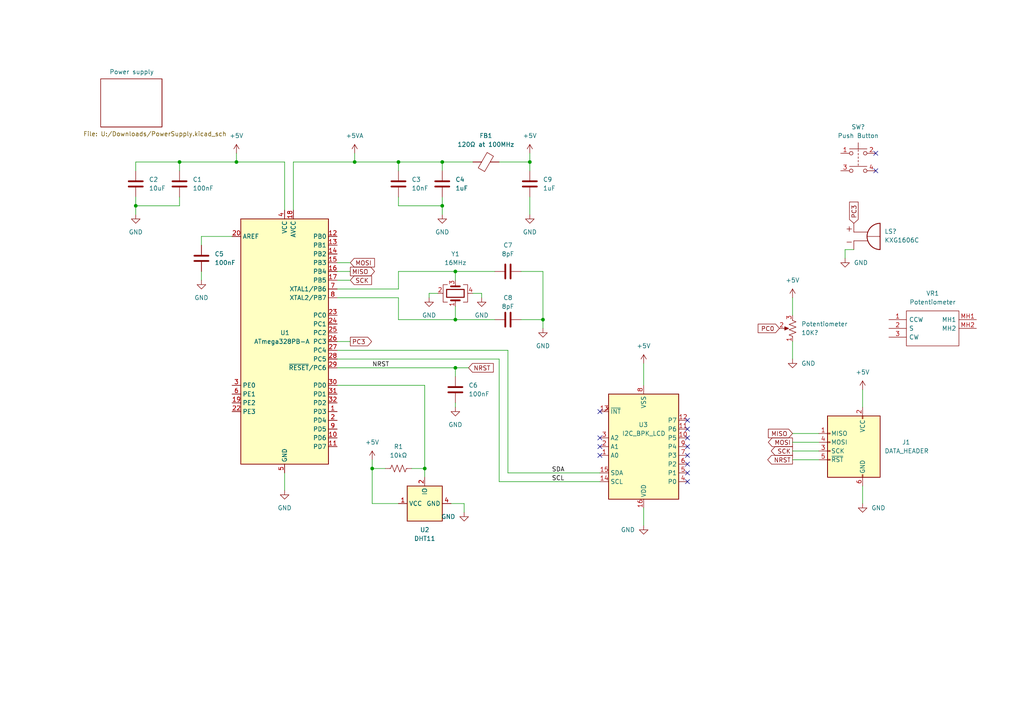
<source format=kicad_sch>
(kicad_sch (version 20211123) (generator eeschema)

  (uuid 3b8da409-6b01-442a-b951-f45b97900ad7)

  (paper "A4")

  (title_block
    (title "Climate Monitor System")
    (date "2022-09-28")
    (rev "Rev_A")
    (company "C.Norton")
  )

  (lib_symbols
    (symbol "Connector:AVR-ISP-6" (pin_names (offset 1.016)) (in_bom yes) (on_board yes)
      (property "Reference" "J" (id 0) (at -6.35 11.43 0)
        (effects (font (size 1.27 1.27)) (justify left))
      )
      (property "Value" "AVR-ISP-6" (id 1) (at 0 11.43 0)
        (effects (font (size 1.27 1.27)) (justify left))
      )
      (property "Footprint" "" (id 2) (at -6.35 1.27 90)
        (effects (font (size 1.27 1.27)) hide)
      )
      (property "Datasheet" " ~" (id 3) (at -32.385 -13.97 0)
        (effects (font (size 1.27 1.27)) hide)
      )
      (property "ki_keywords" "AVR ISP Connector" (id 4) (at 0 0 0)
        (effects (font (size 1.27 1.27)) hide)
      )
      (property "ki_description" "Atmel 6-pin ISP connector" (id 5) (at 0 0 0)
        (effects (font (size 1.27 1.27)) hide)
      )
      (property "ki_fp_filters" "IDC?Header*2x03* Pin?Header*2x03*" (id 6) (at 0 0 0)
        (effects (font (size 1.27 1.27)) hide)
      )
      (symbol "AVR-ISP-6_0_1"
        (rectangle (start -2.667 -6.858) (end -2.413 -7.62)
          (stroke (width 0) (type default) (color 0 0 0 0))
          (fill (type none))
        )
        (rectangle (start -2.667 10.16) (end -2.413 9.398)
          (stroke (width 0) (type default) (color 0 0 0 0))
          (fill (type none))
        )
        (rectangle (start 7.62 -2.413) (end 6.858 -2.667)
          (stroke (width 0) (type default) (color 0 0 0 0))
          (fill (type none))
        )
        (rectangle (start 7.62 0.127) (end 6.858 -0.127)
          (stroke (width 0) (type default) (color 0 0 0 0))
          (fill (type none))
        )
        (rectangle (start 7.62 2.667) (end 6.858 2.413)
          (stroke (width 0) (type default) (color 0 0 0 0))
          (fill (type none))
        )
        (rectangle (start 7.62 5.207) (end 6.858 4.953)
          (stroke (width 0) (type default) (color 0 0 0 0))
          (fill (type none))
        )
        (rectangle (start 7.62 10.16) (end -7.62 -7.62)
          (stroke (width 0.254) (type default) (color 0 0 0 0))
          (fill (type background))
        )
      )
      (symbol "AVR-ISP-6_1_1"
        (pin passive line (at 10.16 5.08 180) (length 2.54)
          (name "MISO" (effects (font (size 1.27 1.27))))
          (number "1" (effects (font (size 1.27 1.27))))
        )
        (pin passive line (at -2.54 12.7 270) (length 2.54)
          (name "VCC" (effects (font (size 1.27 1.27))))
          (number "2" (effects (font (size 1.27 1.27))))
        )
        (pin passive line (at 10.16 0 180) (length 2.54)
          (name "SCK" (effects (font (size 1.27 1.27))))
          (number "3" (effects (font (size 1.27 1.27))))
        )
        (pin passive line (at 10.16 2.54 180) (length 2.54)
          (name "MOSI" (effects (font (size 1.27 1.27))))
          (number "4" (effects (font (size 1.27 1.27))))
        )
        (pin passive line (at 10.16 -2.54 180) (length 2.54)
          (name "~{RST}" (effects (font (size 1.27 1.27))))
          (number "5" (effects (font (size 1.27 1.27))))
        )
        (pin passive line (at -2.54 -10.16 90) (length 2.54)
          (name "GND" (effects (font (size 1.27 1.27))))
          (number "6" (effects (font (size 1.27 1.27))))
        )
      )
    )
    (symbol "Device:C" (pin_numbers hide) (pin_names (offset 0.254)) (in_bom yes) (on_board yes)
      (property "Reference" "C" (id 0) (at 0.635 2.54 0)
        (effects (font (size 1.27 1.27)) (justify left))
      )
      (property "Value" "C" (id 1) (at 0.635 -2.54 0)
        (effects (font (size 1.27 1.27)) (justify left))
      )
      (property "Footprint" "" (id 2) (at 0.9652 -3.81 0)
        (effects (font (size 1.27 1.27)) hide)
      )
      (property "Datasheet" "~" (id 3) (at 0 0 0)
        (effects (font (size 1.27 1.27)) hide)
      )
      (property "ki_keywords" "cap capacitor" (id 4) (at 0 0 0)
        (effects (font (size 1.27 1.27)) hide)
      )
      (property "ki_description" "Unpolarized capacitor" (id 5) (at 0 0 0)
        (effects (font (size 1.27 1.27)) hide)
      )
      (property "ki_fp_filters" "C_*" (id 6) (at 0 0 0)
        (effects (font (size 1.27 1.27)) hide)
      )
      (symbol "C_0_1"
        (polyline
          (pts
            (xy -2.032 -0.762)
            (xy 2.032 -0.762)
          )
          (stroke (width 0.508) (type default) (color 0 0 0 0))
          (fill (type none))
        )
        (polyline
          (pts
            (xy -2.032 0.762)
            (xy 2.032 0.762)
          )
          (stroke (width 0.508) (type default) (color 0 0 0 0))
          (fill (type none))
        )
      )
      (symbol "C_1_1"
        (pin passive line (at 0 3.81 270) (length 2.794)
          (name "~" (effects (font (size 1.27 1.27))))
          (number "1" (effects (font (size 1.27 1.27))))
        )
        (pin passive line (at 0 -3.81 90) (length 2.794)
          (name "~" (effects (font (size 1.27 1.27))))
          (number "2" (effects (font (size 1.27 1.27))))
        )
      )
    )
    (symbol "Device:Crystal_GND24" (pin_names (offset 1.016) hide) (in_bom yes) (on_board yes)
      (property "Reference" "Y" (id 0) (at 3.175 5.08 0)
        (effects (font (size 1.27 1.27)) (justify left))
      )
      (property "Value" "Crystal_GND24" (id 1) (at 3.175 3.175 0)
        (effects (font (size 1.27 1.27)) (justify left))
      )
      (property "Footprint" "" (id 2) (at 0 0 0)
        (effects (font (size 1.27 1.27)) hide)
      )
      (property "Datasheet" "~" (id 3) (at 0 0 0)
        (effects (font (size 1.27 1.27)) hide)
      )
      (property "ki_keywords" "quartz ceramic resonator oscillator" (id 4) (at 0 0 0)
        (effects (font (size 1.27 1.27)) hide)
      )
      (property "ki_description" "Four pin crystal, GND on pins 2 and 4" (id 5) (at 0 0 0)
        (effects (font (size 1.27 1.27)) hide)
      )
      (property "ki_fp_filters" "Crystal*" (id 6) (at 0 0 0)
        (effects (font (size 1.27 1.27)) hide)
      )
      (symbol "Crystal_GND24_0_1"
        (rectangle (start -1.143 2.54) (end 1.143 -2.54)
          (stroke (width 0.3048) (type default) (color 0 0 0 0))
          (fill (type none))
        )
        (polyline
          (pts
            (xy -2.54 0)
            (xy -2.032 0)
          )
          (stroke (width 0) (type default) (color 0 0 0 0))
          (fill (type none))
        )
        (polyline
          (pts
            (xy -2.032 -1.27)
            (xy -2.032 1.27)
          )
          (stroke (width 0.508) (type default) (color 0 0 0 0))
          (fill (type none))
        )
        (polyline
          (pts
            (xy 0 -3.81)
            (xy 0 -3.556)
          )
          (stroke (width 0) (type default) (color 0 0 0 0))
          (fill (type none))
        )
        (polyline
          (pts
            (xy 0 3.556)
            (xy 0 3.81)
          )
          (stroke (width 0) (type default) (color 0 0 0 0))
          (fill (type none))
        )
        (polyline
          (pts
            (xy 2.032 -1.27)
            (xy 2.032 1.27)
          )
          (stroke (width 0.508) (type default) (color 0 0 0 0))
          (fill (type none))
        )
        (polyline
          (pts
            (xy 2.032 0)
            (xy 2.54 0)
          )
          (stroke (width 0) (type default) (color 0 0 0 0))
          (fill (type none))
        )
        (polyline
          (pts
            (xy -2.54 -2.286)
            (xy -2.54 -3.556)
            (xy 2.54 -3.556)
            (xy 2.54 -2.286)
          )
          (stroke (width 0) (type default) (color 0 0 0 0))
          (fill (type none))
        )
        (polyline
          (pts
            (xy -2.54 2.286)
            (xy -2.54 3.556)
            (xy 2.54 3.556)
            (xy 2.54 2.286)
          )
          (stroke (width 0) (type default) (color 0 0 0 0))
          (fill (type none))
        )
      )
      (symbol "Crystal_GND24_1_1"
        (pin passive line (at -3.81 0 0) (length 1.27)
          (name "1" (effects (font (size 1.27 1.27))))
          (number "1" (effects (font (size 1.27 1.27))))
        )
        (pin passive line (at 0 5.08 270) (length 1.27)
          (name "2" (effects (font (size 1.27 1.27))))
          (number "2" (effects (font (size 1.27 1.27))))
        )
        (pin passive line (at 3.81 0 180) (length 1.27)
          (name "3" (effects (font (size 1.27 1.27))))
          (number "3" (effects (font (size 1.27 1.27))))
        )
        (pin passive line (at 0 -5.08 90) (length 1.27)
          (name "4" (effects (font (size 1.27 1.27))))
          (number "4" (effects (font (size 1.27 1.27))))
        )
      )
    )
    (symbol "Device:FerriteBead" (pin_numbers hide) (pin_names (offset 0)) (in_bom yes) (on_board yes)
      (property "Reference" "FB" (id 0) (at -3.81 0.635 90)
        (effects (font (size 1.27 1.27)))
      )
      (property "Value" "FerriteBead" (id 1) (at 3.81 0 90)
        (effects (font (size 1.27 1.27)))
      )
      (property "Footprint" "" (id 2) (at -1.778 0 90)
        (effects (font (size 1.27 1.27)) hide)
      )
      (property "Datasheet" "~" (id 3) (at 0 0 0)
        (effects (font (size 1.27 1.27)) hide)
      )
      (property "ki_keywords" "L ferrite bead inductor filter" (id 4) (at 0 0 0)
        (effects (font (size 1.27 1.27)) hide)
      )
      (property "ki_description" "Ferrite bead" (id 5) (at 0 0 0)
        (effects (font (size 1.27 1.27)) hide)
      )
      (property "ki_fp_filters" "Inductor_* L_* *Ferrite*" (id 6) (at 0 0 0)
        (effects (font (size 1.27 1.27)) hide)
      )
      (symbol "FerriteBead_0_1"
        (polyline
          (pts
            (xy 0 -1.27)
            (xy 0 -1.2192)
          )
          (stroke (width 0) (type default) (color 0 0 0 0))
          (fill (type none))
        )
        (polyline
          (pts
            (xy 0 1.27)
            (xy 0 1.2954)
          )
          (stroke (width 0) (type default) (color 0 0 0 0))
          (fill (type none))
        )
        (polyline
          (pts
            (xy -2.7686 0.4064)
            (xy -1.7018 2.2606)
            (xy 2.7686 -0.3048)
            (xy 1.6764 -2.159)
            (xy -2.7686 0.4064)
          )
          (stroke (width 0) (type default) (color 0 0 0 0))
          (fill (type none))
        )
      )
      (symbol "FerriteBead_1_1"
        (pin passive line (at 0 3.81 270) (length 2.54)
          (name "~" (effects (font (size 1.27 1.27))))
          (number "1" (effects (font (size 1.27 1.27))))
        )
        (pin passive line (at 0 -3.81 90) (length 2.54)
          (name "~" (effects (font (size 1.27 1.27))))
          (number "2" (effects (font (size 1.27 1.27))))
        )
      )
    )
    (symbol "Device:R_Potentiometer_US" (pin_names (offset 1.016) hide) (in_bom yes) (on_board yes)
      (property "Reference" "RV" (id 0) (at -4.445 0 90)
        (effects (font (size 1.27 1.27)))
      )
      (property "Value" "R_Potentiometer_US" (id 1) (at -2.54 0 90)
        (effects (font (size 1.27 1.27)))
      )
      (property "Footprint" "" (id 2) (at 0 0 0)
        (effects (font (size 1.27 1.27)) hide)
      )
      (property "Datasheet" "~" (id 3) (at 0 0 0)
        (effects (font (size 1.27 1.27)) hide)
      )
      (property "ki_keywords" "resistor variable" (id 4) (at 0 0 0)
        (effects (font (size 1.27 1.27)) hide)
      )
      (property "ki_description" "Potentiometer, US symbol" (id 5) (at 0 0 0)
        (effects (font (size 1.27 1.27)) hide)
      )
      (property "ki_fp_filters" "Potentiometer*" (id 6) (at 0 0 0)
        (effects (font (size 1.27 1.27)) hide)
      )
      (symbol "R_Potentiometer_US_0_1"
        (polyline
          (pts
            (xy 0 -2.286)
            (xy 0 -2.54)
          )
          (stroke (width 0) (type default) (color 0 0 0 0))
          (fill (type none))
        )
        (polyline
          (pts
            (xy 0 2.54)
            (xy 0 2.286)
          )
          (stroke (width 0) (type default) (color 0 0 0 0))
          (fill (type none))
        )
        (polyline
          (pts
            (xy 2.54 0)
            (xy 1.524 0)
          )
          (stroke (width 0) (type default) (color 0 0 0 0))
          (fill (type none))
        )
        (polyline
          (pts
            (xy 1.143 0)
            (xy 2.286 0.508)
            (xy 2.286 -0.508)
            (xy 1.143 0)
          )
          (stroke (width 0) (type default) (color 0 0 0 0))
          (fill (type outline))
        )
        (polyline
          (pts
            (xy 0 -0.762)
            (xy 1.016 -1.143)
            (xy 0 -1.524)
            (xy -1.016 -1.905)
            (xy 0 -2.286)
          )
          (stroke (width 0) (type default) (color 0 0 0 0))
          (fill (type none))
        )
        (polyline
          (pts
            (xy 0 0.762)
            (xy 1.016 0.381)
            (xy 0 0)
            (xy -1.016 -0.381)
            (xy 0 -0.762)
          )
          (stroke (width 0) (type default) (color 0 0 0 0))
          (fill (type none))
        )
        (polyline
          (pts
            (xy 0 2.286)
            (xy 1.016 1.905)
            (xy 0 1.524)
            (xy -1.016 1.143)
            (xy 0 0.762)
          )
          (stroke (width 0) (type default) (color 0 0 0 0))
          (fill (type none))
        )
      )
      (symbol "R_Potentiometer_US_1_1"
        (pin passive line (at 0 3.81 270) (length 1.27)
          (name "1" (effects (font (size 1.27 1.27))))
          (number "1" (effects (font (size 1.27 1.27))))
        )
        (pin passive line (at 3.81 0 180) (length 1.27)
          (name "2" (effects (font (size 1.27 1.27))))
          (number "2" (effects (font (size 1.27 1.27))))
        )
        (pin passive line (at 0 -3.81 90) (length 1.27)
          (name "3" (effects (font (size 1.27 1.27))))
          (number "3" (effects (font (size 1.27 1.27))))
        )
      )
    )
    (symbol "Device:R_US" (pin_numbers hide) (pin_names (offset 0)) (in_bom yes) (on_board yes)
      (property "Reference" "R" (id 0) (at 2.54 0 90)
        (effects (font (size 1.27 1.27)))
      )
      (property "Value" "R_US" (id 1) (at -2.54 0 90)
        (effects (font (size 1.27 1.27)))
      )
      (property "Footprint" "" (id 2) (at 1.016 -0.254 90)
        (effects (font (size 1.27 1.27)) hide)
      )
      (property "Datasheet" "~" (id 3) (at 0 0 0)
        (effects (font (size 1.27 1.27)) hide)
      )
      (property "ki_keywords" "R res resistor" (id 4) (at 0 0 0)
        (effects (font (size 1.27 1.27)) hide)
      )
      (property "ki_description" "Resistor, US symbol" (id 5) (at 0 0 0)
        (effects (font (size 1.27 1.27)) hide)
      )
      (property "ki_fp_filters" "R_*" (id 6) (at 0 0 0)
        (effects (font (size 1.27 1.27)) hide)
      )
      (symbol "R_US_0_1"
        (polyline
          (pts
            (xy 0 -2.286)
            (xy 0 -2.54)
          )
          (stroke (width 0) (type default) (color 0 0 0 0))
          (fill (type none))
        )
        (polyline
          (pts
            (xy 0 2.286)
            (xy 0 2.54)
          )
          (stroke (width 0) (type default) (color 0 0 0 0))
          (fill (type none))
        )
        (polyline
          (pts
            (xy 0 -0.762)
            (xy 1.016 -1.143)
            (xy 0 -1.524)
            (xy -1.016 -1.905)
            (xy 0 -2.286)
          )
          (stroke (width 0) (type default) (color 0 0 0 0))
          (fill (type none))
        )
        (polyline
          (pts
            (xy 0 0.762)
            (xy 1.016 0.381)
            (xy 0 0)
            (xy -1.016 -0.381)
            (xy 0 -0.762)
          )
          (stroke (width 0) (type default) (color 0 0 0 0))
          (fill (type none))
        )
        (polyline
          (pts
            (xy 0 2.286)
            (xy 1.016 1.905)
            (xy 0 1.524)
            (xy -1.016 1.143)
            (xy 0 0.762)
          )
          (stroke (width 0) (type default) (color 0 0 0 0))
          (fill (type none))
        )
      )
      (symbol "R_US_1_1"
        (pin passive line (at 0 3.81 270) (length 1.27)
          (name "~" (effects (font (size 1.27 1.27))))
          (number "1" (effects (font (size 1.27 1.27))))
        )
        (pin passive line (at 0 -3.81 90) (length 1.27)
          (name "~" (effects (font (size 1.27 1.27))))
          (number "2" (effects (font (size 1.27 1.27))))
        )
      )
    )
    (symbol "Interface_Expansion:PCF8574" (in_bom yes) (on_board yes)
      (property "Reference" "U" (id 0) (at -8.89 16.51 0)
        (effects (font (size 1.27 1.27)) (justify left))
      )
      (property "Value" "PCF8574" (id 1) (at 2.54 16.51 0)
        (effects (font (size 1.27 1.27)) (justify left))
      )
      (property "Footprint" "" (id 2) (at 0 0 0)
        (effects (font (size 1.27 1.27)) hide)
      )
      (property "Datasheet" "http://www.nxp.com/documents/data_sheet/PCF8574_PCF8574A.pdf" (id 3) (at 0 0 0)
        (effects (font (size 1.27 1.27)) hide)
      )
      (property "ki_keywords" "I2C Expander" (id 4) (at 0 0 0)
        (effects (font (size 1.27 1.27)) hide)
      )
      (property "ki_description" "8 Bit Port/Expander to I2C Bus, DIP/SOIC-16" (id 5) (at 0 0 0)
        (effects (font (size 1.27 1.27)) hide)
      )
      (property "ki_fp_filters" "DIP*W7.62mm* SOIC*7.5x10.3mm*P1.27mm*" (id 6) (at 0 0 0)
        (effects (font (size 1.27 1.27)) hide)
      )
      (symbol "PCF8574_0_1"
        (rectangle (start -10.16 15.24) (end 10.16 -15.24)
          (stroke (width 0.254) (type default) (color 0 0 0 0))
          (fill (type background))
        )
      )
      (symbol "PCF8574_1_1"
        (pin input line (at -12.7 2.54 0) (length 2.54)
          (name "A0" (effects (font (size 1.27 1.27))))
          (number "1" (effects (font (size 1.27 1.27))))
        )
        (pin bidirectional line (at 12.7 -2.54 180) (length 2.54)
          (name "P5" (effects (font (size 1.27 1.27))))
          (number "10" (effects (font (size 1.27 1.27))))
        )
        (pin bidirectional line (at 12.7 -5.08 180) (length 2.54)
          (name "P6" (effects (font (size 1.27 1.27))))
          (number "11" (effects (font (size 1.27 1.27))))
        )
        (pin bidirectional line (at 12.7 -7.62 180) (length 2.54)
          (name "P7" (effects (font (size 1.27 1.27))))
          (number "12" (effects (font (size 1.27 1.27))))
        )
        (pin open_collector output_low (at -12.7 -10.16 0) (length 2.54)
          (name "~{INT}" (effects (font (size 1.27 1.27))))
          (number "13" (effects (font (size 1.27 1.27))))
        )
        (pin input line (at -12.7 10.16 0) (length 2.54)
          (name "SCL" (effects (font (size 1.27 1.27))))
          (number "14" (effects (font (size 1.27 1.27))))
        )
        (pin bidirectional line (at -12.7 7.62 0) (length 2.54)
          (name "SDA" (effects (font (size 1.27 1.27))))
          (number "15" (effects (font (size 1.27 1.27))))
        )
        (pin power_in line (at 0 17.78 270) (length 2.54)
          (name "VDD" (effects (font (size 1.27 1.27))))
          (number "16" (effects (font (size 1.27 1.27))))
        )
        (pin input line (at -12.7 0 0) (length 2.54)
          (name "A1" (effects (font (size 1.27 1.27))))
          (number "2" (effects (font (size 1.27 1.27))))
        )
        (pin input line (at -12.7 -2.54 0) (length 2.54)
          (name "A2" (effects (font (size 1.27 1.27))))
          (number "3" (effects (font (size 1.27 1.27))))
        )
        (pin bidirectional line (at 12.7 10.16 180) (length 2.54)
          (name "P0" (effects (font (size 1.27 1.27))))
          (number "4" (effects (font (size 1.27 1.27))))
        )
        (pin bidirectional line (at 12.7 7.62 180) (length 2.54)
          (name "P1" (effects (font (size 1.27 1.27))))
          (number "5" (effects (font (size 1.27 1.27))))
        )
        (pin bidirectional line (at 12.7 5.08 180) (length 2.54)
          (name "P2" (effects (font (size 1.27 1.27))))
          (number "6" (effects (font (size 1.27 1.27))))
        )
        (pin bidirectional line (at 12.7 2.54 180) (length 2.54)
          (name "P3" (effects (font (size 1.27 1.27))))
          (number "7" (effects (font (size 1.27 1.27))))
        )
        (pin power_in line (at 0 -17.78 90) (length 2.54)
          (name "VSS" (effects (font (size 1.27 1.27))))
          (number "8" (effects (font (size 1.27 1.27))))
        )
        (pin bidirectional line (at 12.7 0 180) (length 2.54)
          (name "P4" (effects (font (size 1.27 1.27))))
          (number "9" (effects (font (size 1.27 1.27))))
        )
      )
    )
    (symbol "KXG1606C:KXG1606C" (pin_numbers hide) (pin_names (offset 1.016) hide) (in_bom yes) (on_board yes)
      (property "Reference" "LS?" (id 0) (at 6.35 2.7213 0)
        (effects (font (size 1.27 1.27)) (justify left))
      )
      (property "Value" "KXG1606C" (id 1) (at 6.35 0.1813 0)
        (effects (font (size 1.27 1.27)) (justify left))
      )
      (property "Footprint" "XDCR_KXG1606C" (id 2) (at 0 0 0)
        (effects (font (size 1.27 1.27)) (justify left bottom) hide)
      )
      (property "Datasheet" "" (id 3) (at 0 0 0)
        (effects (font (size 1.27 1.27)) (justify left bottom) hide)
      )
      (property "MAXIMUM_PACKAGE_HEIGHT" "14 mm" (id 4) (at 0 0 0)
        (effects (font (size 1.27 1.27)) (justify left bottom) hide)
      )
      (property "STANDARD" "IPC 7351B" (id 5) (at 0 0 0)
        (effects (font (size 1.27 1.27)) (justify left bottom) hide)
      )
      (property "MANUFACTURER" "Kingstate" (id 6) (at 0 0 0)
        (effects (font (size 1.27 1.27)) (justify left bottom) hide)
      )
      (property "PARTREV" "1.2" (id 7) (at 0 0 0)
        (effects (font (size 1.27 1.27)) (justify left bottom) hide)
      )
      (property "ki_locked" "" (id 8) (at 0 0 0)
        (effects (font (size 1.27 1.27)))
      )
      (symbol "KXG1606C_0_0"
        (polyline
          (pts
            (xy -2.54 0)
            (xy 1.397 0)
          )
          (stroke (width 0.1524) (type default) (color 0 0 0 0))
          (fill (type none))
        )
        (polyline
          (pts
            (xy -2.54 2.54)
            (xy 1.397 2.54)
          )
          (stroke (width 0.1524) (type default) (color 0 0 0 0))
          (fill (type none))
        )
        (polyline
          (pts
            (xy 1.27 1.27)
            (xy 5.08 1.27)
          )
          (stroke (width 0.1524) (type default) (color 0 0 0 0))
          (fill (type none))
        )
        (polyline
          (pts
            (xy 5.08 1.27)
            (xy 5.08 -2.54)
          )
          (stroke (width 0.254) (type default) (color 0 0 0 0))
          (fill (type none))
        )
        (polyline
          (pts
            (xy 5.08 5.08)
            (xy 5.08 1.27)
          )
          (stroke (width 0.254) (type default) (color 0 0 0 0))
          (fill (type none))
        )
        (arc (start 5.08 5.08) (mid 1.27 1.27) (end 5.08 -2.54)
          (stroke (width 0.254) (type default) (color 0 0 0 0))
          (fill (type none))
        )
        (text "+" (at -5.08 2.54 0)
          (effects (font (size 1.778 1.778)) (justify left bottom))
        )
        (text "-" (at -5.08 -1.27 0)
          (effects (font (size 1.778 1.778)) (justify left bottom))
        )
        (pin passive line (at -2.54 -2.54 90) (length 2.54)
          (name "~" (effects (font (size 1.016 1.016))))
          (number "N" (effects (font (size 1.016 1.016))))
        )
        (pin passive line (at -2.54 5.08 270) (length 2.54)
          (name "~" (effects (font (size 1.016 1.016))))
          (number "P" (effects (font (size 1.016 1.016))))
        )
      )
    )
    (symbol "MCU_Microchip_ATmega:ATmega328PB-A" (in_bom yes) (on_board yes)
      (property "Reference" "U" (id 0) (at -12.7 36.83 0)
        (effects (font (size 1.27 1.27)) (justify left bottom))
      )
      (property "Value" "ATmega328PB-A" (id 1) (at 2.54 -36.83 0)
        (effects (font (size 1.27 1.27)) (justify left top))
      )
      (property "Footprint" "Package_QFP:TQFP-32_7x7mm_P0.8mm" (id 2) (at 0 0 0)
        (effects (font (size 1.27 1.27) italic) hide)
      )
      (property "Datasheet" "http://ww1.microchip.com/downloads/en/DeviceDoc/40001906C.pdf" (id 3) (at 0 0 0)
        (effects (font (size 1.27 1.27)) hide)
      )
      (property "ki_keywords" "AVR 8bit Microcontroller MegaAVR" (id 4) (at 0 0 0)
        (effects (font (size 1.27 1.27)) hide)
      )
      (property "ki_description" "20MHz, 32kB Flash, 2kB SRAM, 1kB EEPROM, TQFP-32" (id 5) (at 0 0 0)
        (effects (font (size 1.27 1.27)) hide)
      )
      (property "ki_fp_filters" "TQFP*7x7mm*P0.8mm*" (id 6) (at 0 0 0)
        (effects (font (size 1.27 1.27)) hide)
      )
      (symbol "ATmega328PB-A_0_1"
        (rectangle (start -12.7 -35.56) (end 12.7 35.56)
          (stroke (width 0.254) (type default) (color 0 0 0 0))
          (fill (type background))
        )
      )
      (symbol "ATmega328PB-A_1_1"
        (pin bidirectional line (at 15.24 -20.32 180) (length 2.54)
          (name "PD3" (effects (font (size 1.27 1.27))))
          (number "1" (effects (font (size 1.27 1.27))))
        )
        (pin bidirectional line (at 15.24 -27.94 180) (length 2.54)
          (name "PD6" (effects (font (size 1.27 1.27))))
          (number "10" (effects (font (size 1.27 1.27))))
        )
        (pin bidirectional line (at 15.24 -30.48 180) (length 2.54)
          (name "PD7" (effects (font (size 1.27 1.27))))
          (number "11" (effects (font (size 1.27 1.27))))
        )
        (pin bidirectional line (at 15.24 30.48 180) (length 2.54)
          (name "PB0" (effects (font (size 1.27 1.27))))
          (number "12" (effects (font (size 1.27 1.27))))
        )
        (pin bidirectional line (at 15.24 27.94 180) (length 2.54)
          (name "PB1" (effects (font (size 1.27 1.27))))
          (number "13" (effects (font (size 1.27 1.27))))
        )
        (pin bidirectional line (at 15.24 25.4 180) (length 2.54)
          (name "PB2" (effects (font (size 1.27 1.27))))
          (number "14" (effects (font (size 1.27 1.27))))
        )
        (pin bidirectional line (at 15.24 22.86 180) (length 2.54)
          (name "PB3" (effects (font (size 1.27 1.27))))
          (number "15" (effects (font (size 1.27 1.27))))
        )
        (pin bidirectional line (at 15.24 20.32 180) (length 2.54)
          (name "PB4" (effects (font (size 1.27 1.27))))
          (number "16" (effects (font (size 1.27 1.27))))
        )
        (pin bidirectional line (at 15.24 17.78 180) (length 2.54)
          (name "PB5" (effects (font (size 1.27 1.27))))
          (number "17" (effects (font (size 1.27 1.27))))
        )
        (pin power_in line (at 2.54 38.1 270) (length 2.54)
          (name "AVCC" (effects (font (size 1.27 1.27))))
          (number "18" (effects (font (size 1.27 1.27))))
        )
        (pin bidirectional line (at -15.24 -17.78 0) (length 2.54)
          (name "PE2" (effects (font (size 1.27 1.27))))
          (number "19" (effects (font (size 1.27 1.27))))
        )
        (pin bidirectional line (at 15.24 -22.86 180) (length 2.54)
          (name "PD4" (effects (font (size 1.27 1.27))))
          (number "2" (effects (font (size 1.27 1.27))))
        )
        (pin passive line (at -15.24 30.48 0) (length 2.54)
          (name "AREF" (effects (font (size 1.27 1.27))))
          (number "20" (effects (font (size 1.27 1.27))))
        )
        (pin passive line (at 0 -38.1 90) (length 2.54) hide
          (name "GND" (effects (font (size 1.27 1.27))))
          (number "21" (effects (font (size 1.27 1.27))))
        )
        (pin bidirectional line (at -15.24 -20.32 0) (length 2.54)
          (name "PE3" (effects (font (size 1.27 1.27))))
          (number "22" (effects (font (size 1.27 1.27))))
        )
        (pin bidirectional line (at 15.24 7.62 180) (length 2.54)
          (name "PC0" (effects (font (size 1.27 1.27))))
          (number "23" (effects (font (size 1.27 1.27))))
        )
        (pin bidirectional line (at 15.24 5.08 180) (length 2.54)
          (name "PC1" (effects (font (size 1.27 1.27))))
          (number "24" (effects (font (size 1.27 1.27))))
        )
        (pin bidirectional line (at 15.24 2.54 180) (length 2.54)
          (name "PC2" (effects (font (size 1.27 1.27))))
          (number "25" (effects (font (size 1.27 1.27))))
        )
        (pin bidirectional line (at 15.24 0 180) (length 2.54)
          (name "PC3" (effects (font (size 1.27 1.27))))
          (number "26" (effects (font (size 1.27 1.27))))
        )
        (pin bidirectional line (at 15.24 -2.54 180) (length 2.54)
          (name "PC4" (effects (font (size 1.27 1.27))))
          (number "27" (effects (font (size 1.27 1.27))))
        )
        (pin bidirectional line (at 15.24 -5.08 180) (length 2.54)
          (name "PC5" (effects (font (size 1.27 1.27))))
          (number "28" (effects (font (size 1.27 1.27))))
        )
        (pin bidirectional line (at 15.24 -7.62 180) (length 2.54)
          (name "~{RESET}/PC6" (effects (font (size 1.27 1.27))))
          (number "29" (effects (font (size 1.27 1.27))))
        )
        (pin bidirectional line (at -15.24 -12.7 0) (length 2.54)
          (name "PE0" (effects (font (size 1.27 1.27))))
          (number "3" (effects (font (size 1.27 1.27))))
        )
        (pin bidirectional line (at 15.24 -12.7 180) (length 2.54)
          (name "PD0" (effects (font (size 1.27 1.27))))
          (number "30" (effects (font (size 1.27 1.27))))
        )
        (pin bidirectional line (at 15.24 -15.24 180) (length 2.54)
          (name "PD1" (effects (font (size 1.27 1.27))))
          (number "31" (effects (font (size 1.27 1.27))))
        )
        (pin bidirectional line (at 15.24 -17.78 180) (length 2.54)
          (name "PD2" (effects (font (size 1.27 1.27))))
          (number "32" (effects (font (size 1.27 1.27))))
        )
        (pin power_in line (at 0 38.1 270) (length 2.54)
          (name "VCC" (effects (font (size 1.27 1.27))))
          (number "4" (effects (font (size 1.27 1.27))))
        )
        (pin power_in line (at 0 -38.1 90) (length 2.54)
          (name "GND" (effects (font (size 1.27 1.27))))
          (number "5" (effects (font (size 1.27 1.27))))
        )
        (pin bidirectional line (at -15.24 -15.24 0) (length 2.54)
          (name "PE1" (effects (font (size 1.27 1.27))))
          (number "6" (effects (font (size 1.27 1.27))))
        )
        (pin bidirectional line (at 15.24 15.24 180) (length 2.54)
          (name "XTAL1/PB6" (effects (font (size 1.27 1.27))))
          (number "7" (effects (font (size 1.27 1.27))))
        )
        (pin bidirectional line (at 15.24 12.7 180) (length 2.54)
          (name "XTAL2/PB7" (effects (font (size 1.27 1.27))))
          (number "8" (effects (font (size 1.27 1.27))))
        )
        (pin bidirectional line (at 15.24 -25.4 180) (length 2.54)
          (name "PD5" (effects (font (size 1.27 1.27))))
          (number "9" (effects (font (size 1.27 1.27))))
        )
      )
    )
    (symbol "P120PK-Y25BR10K:P120PK-Y25BR10K" (pin_names (offset 0.762)) (in_bom yes) (on_board yes)
      (property "Reference" "VR" (id 0) (at 21.59 7.62 0)
        (effects (font (size 1.27 1.27)) (justify left))
      )
      (property "Value" "P120PK-Y25BR10K" (id 1) (at 21.59 5.08 0)
        (effects (font (size 1.27 1.27)) (justify left))
      )
      (property "Footprint" "P120PKY25BR10K" (id 2) (at 21.59 2.54 0)
        (effects (font (size 1.27 1.27)) (justify left) hide)
      )
      (property "Datasheet" "https://componentsearchengine.com/Datasheets/1/P120PK-Y25BR10K.pdf" (id 3) (at 21.59 0 0)
        (effects (font (size 1.27 1.27)) (justify left) hide)
      )
      (property "Description" "Potentiometers 12mm 10K ohm" (id 4) (at 21.59 -2.54 0)
        (effects (font (size 1.27 1.27)) (justify left) hide)
      )
      (property "Height" "25" (id 5) (at 21.59 -5.08 0)
        (effects (font (size 1.27 1.27)) (justify left) hide)
      )
      (property "Manufacturer_Name" "BI Technologies" (id 6) (at 21.59 -7.62 0)
        (effects (font (size 1.27 1.27)) (justify left) hide)
      )
      (property "Manufacturer_Part_Number" "P120PK-Y25BR10K" (id 7) (at 21.59 -10.16 0)
        (effects (font (size 1.27 1.27)) (justify left) hide)
      )
      (property "Mouser Part Number" "858-P120PKY25BR10K" (id 8) (at 21.59 -12.7 0)
        (effects (font (size 1.27 1.27)) (justify left) hide)
      )
      (property "Mouser Price/Stock" "https://www.mouser.co.uk/ProductDetail/BI-Technologies-TT-Electronics/P120PK-Y25BR10K?qs=mJjUQczmFnjx7VJQOQfC3g%3D%3D" (id 9) (at 21.59 -15.24 0)
        (effects (font (size 1.27 1.27)) (justify left) hide)
      )
      (property "Arrow Part Number" "P120PK-Y25BR10K" (id 10) (at 21.59 -17.78 0)
        (effects (font (size 1.27 1.27)) (justify left) hide)
      )
      (property "Arrow Price/Stock" "https://www.arrow.com/en/products/p120pk-y25br10k/bi-technologies" (id 11) (at 21.59 -20.32 0)
        (effects (font (size 1.27 1.27)) (justify left) hide)
      )
      (property "Mouser Testing Part Number" "" (id 12) (at 21.59 -22.86 0)
        (effects (font (size 1.27 1.27)) (justify left) hide)
      )
      (property "Mouser Testing Price/Stock" "" (id 13) (at 21.59 -25.4 0)
        (effects (font (size 1.27 1.27)) (justify left) hide)
      )
      (property "ki_description" "Potentiometers 12mm 10K ohm" (id 14) (at 0 0 0)
        (effects (font (size 1.27 1.27)) hide)
      )
      (symbol "P120PK-Y25BR10K_0_0"
        (pin passive line (at 0 0 0) (length 5.08)
          (name "CCW" (effects (font (size 1.27 1.27))))
          (number "1" (effects (font (size 1.27 1.27))))
        )
        (pin passive line (at 0 -2.54 0) (length 5.08)
          (name "S" (effects (font (size 1.27 1.27))))
          (number "2" (effects (font (size 1.27 1.27))))
        )
        (pin passive line (at 0 -5.08 0) (length 5.08)
          (name "CW" (effects (font (size 1.27 1.27))))
          (number "3" (effects (font (size 1.27 1.27))))
        )
        (pin passive line (at 25.4 0 180) (length 5.08)
          (name "MH1" (effects (font (size 1.27 1.27))))
          (number "MH1" (effects (font (size 1.27 1.27))))
        )
        (pin passive line (at 25.4 -2.54 180) (length 5.08)
          (name "MH2" (effects (font (size 1.27 1.27))))
          (number "MH2" (effects (font (size 1.27 1.27))))
        )
      )
      (symbol "P120PK-Y25BR10K_0_1"
        (polyline
          (pts
            (xy 5.08 2.54)
            (xy 20.32 2.54)
            (xy 20.32 -7.62)
            (xy 5.08 -7.62)
            (xy 5.08 2.54)
          )
          (stroke (width 0.1524) (type default) (color 0 0 0 0))
          (fill (type none))
        )
      )
    )
    (symbol "Sensor:DHT11" (in_bom yes) (on_board yes)
      (property "Reference" "U" (id 0) (at -3.81 6.35 0)
        (effects (font (size 1.27 1.27)))
      )
      (property "Value" "DHT11" (id 1) (at 3.81 6.35 0)
        (effects (font (size 1.27 1.27)))
      )
      (property "Footprint" "Sensor:Aosong_DHT11_5.5x12.0_P2.54mm" (id 2) (at 0 -10.16 0)
        (effects (font (size 1.27 1.27)) hide)
      )
      (property "Datasheet" "http://akizukidenshi.com/download/ds/aosong/DHT11.pdf" (id 3) (at 3.81 6.35 0)
        (effects (font (size 1.27 1.27)) hide)
      )
      (property "ki_keywords" "Digital temperature humidity sensor" (id 4) (at 0 0 0)
        (effects (font (size 1.27 1.27)) hide)
      )
      (property "ki_description" "Temperature and humidity module" (id 5) (at 0 0 0)
        (effects (font (size 1.27 1.27)) hide)
      )
      (property "ki_fp_filters" "Aosong*DHT11*5.5x12.0*P2.54mm*" (id 6) (at 0 0 0)
        (effects (font (size 1.27 1.27)) hide)
      )
      (symbol "DHT11_0_1"
        (rectangle (start -5.08 5.08) (end 5.08 -5.08)
          (stroke (width 0.254) (type default) (color 0 0 0 0))
          (fill (type background))
        )
      )
      (symbol "DHT11_1_1"
        (pin power_in line (at 0 7.62 270) (length 2.54)
          (name "VCC" (effects (font (size 1.27 1.27))))
          (number "1" (effects (font (size 1.27 1.27))))
        )
        (pin bidirectional line (at 7.62 0 180) (length 2.54)
          (name "IO" (effects (font (size 1.27 1.27))))
          (number "2" (effects (font (size 1.27 1.27))))
        )
        (pin no_connect line (at -5.08 0 0) (length 2.54) hide
          (name "NC" (effects (font (size 1.27 1.27))))
          (number "3" (effects (font (size 1.27 1.27))))
        )
        (pin power_in line (at 0 -7.62 90) (length 2.54)
          (name "GND" (effects (font (size 1.27 1.27))))
          (number "4" (effects (font (size 1.27 1.27))))
        )
      )
    )
    (symbol "Switch:SW_Push_Dual" (pin_names (offset 1.016) hide) (in_bom yes) (on_board yes)
      (property "Reference" "SW" (id 0) (at 1.27 2.54 0)
        (effects (font (size 1.27 1.27)) (justify left))
      )
      (property "Value" "SW_Push_Dual" (id 1) (at 0 -6.858 0)
        (effects (font (size 1.27 1.27)))
      )
      (property "Footprint" "" (id 2) (at 0 5.08 0)
        (effects (font (size 1.27 1.27)) hide)
      )
      (property "Datasheet" "~" (id 3) (at 0 5.08 0)
        (effects (font (size 1.27 1.27)) hide)
      )
      (property "ki_keywords" "switch normally-open pushbutton push-button" (id 4) (at 0 0 0)
        (effects (font (size 1.27 1.27)) hide)
      )
      (property "ki_description" "Push button switch, generic, symbol, four pins" (id 5) (at 0 0 0)
        (effects (font (size 1.27 1.27)) hide)
      )
      (symbol "SW_Push_Dual_0_1"
        (circle (center -2.032 -5.08) (radius 0.508)
          (stroke (width 0) (type default) (color 0 0 0 0))
          (fill (type none))
        )
        (circle (center -2.032 0) (radius 0.508)
          (stroke (width 0) (type default) (color 0 0 0 0))
          (fill (type none))
        )
        (polyline
          (pts
            (xy 0 -3.048)
            (xy 0 -3.556)
          )
          (stroke (width 0) (type default) (color 0 0 0 0))
          (fill (type none))
        )
        (polyline
          (pts
            (xy 0 -2.032)
            (xy 0 -2.54)
          )
          (stroke (width 0) (type default) (color 0 0 0 0))
          (fill (type none))
        )
        (polyline
          (pts
            (xy 0 -1.524)
            (xy 0 -1.016)
          )
          (stroke (width 0) (type default) (color 0 0 0 0))
          (fill (type none))
        )
        (polyline
          (pts
            (xy 0 -0.508)
            (xy 0 0)
          )
          (stroke (width 0) (type default) (color 0 0 0 0))
          (fill (type none))
        )
        (polyline
          (pts
            (xy 0 0.508)
            (xy 0 1.016)
          )
          (stroke (width 0) (type default) (color 0 0 0 0))
          (fill (type none))
        )
        (polyline
          (pts
            (xy 0 1.27)
            (xy 0 3.048)
          )
          (stroke (width 0) (type default) (color 0 0 0 0))
          (fill (type none))
        )
        (polyline
          (pts
            (xy 2.54 -3.81)
            (xy -2.54 -3.81)
          )
          (stroke (width 0) (type default) (color 0 0 0 0))
          (fill (type none))
        )
        (polyline
          (pts
            (xy 2.54 1.27)
            (xy -2.54 1.27)
          )
          (stroke (width 0) (type default) (color 0 0 0 0))
          (fill (type none))
        )
        (circle (center 2.032 -5.08) (radius 0.508)
          (stroke (width 0) (type default) (color 0 0 0 0))
          (fill (type none))
        )
        (circle (center 2.032 0) (radius 0.508)
          (stroke (width 0) (type default) (color 0 0 0 0))
          (fill (type none))
        )
        (pin passive line (at -5.08 0 0) (length 2.54)
          (name "1" (effects (font (size 1.27 1.27))))
          (number "1" (effects (font (size 1.27 1.27))))
        )
        (pin passive line (at 5.08 0 180) (length 2.54)
          (name "2" (effects (font (size 1.27 1.27))))
          (number "2" (effects (font (size 1.27 1.27))))
        )
        (pin passive line (at -5.08 -5.08 0) (length 2.54)
          (name "3" (effects (font (size 1.27 1.27))))
          (number "3" (effects (font (size 1.27 1.27))))
        )
        (pin passive line (at 5.08 -5.08 180) (length 2.54)
          (name "4" (effects (font (size 1.27 1.27))))
          (number "4" (effects (font (size 1.27 1.27))))
        )
      )
    )
    (symbol "power:+5V" (power) (pin_names (offset 0)) (in_bom yes) (on_board yes)
      (property "Reference" "#PWR" (id 0) (at 0 -3.81 0)
        (effects (font (size 1.27 1.27)) hide)
      )
      (property "Value" "+5V" (id 1) (at 0 3.556 0)
        (effects (font (size 1.27 1.27)))
      )
      (property "Footprint" "" (id 2) (at 0 0 0)
        (effects (font (size 1.27 1.27)) hide)
      )
      (property "Datasheet" "" (id 3) (at 0 0 0)
        (effects (font (size 1.27 1.27)) hide)
      )
      (property "ki_keywords" "power-flag" (id 4) (at 0 0 0)
        (effects (font (size 1.27 1.27)) hide)
      )
      (property "ki_description" "Power symbol creates a global label with name \"+5V\"" (id 5) (at 0 0 0)
        (effects (font (size 1.27 1.27)) hide)
      )
      (symbol "+5V_0_1"
        (polyline
          (pts
            (xy -0.762 1.27)
            (xy 0 2.54)
          )
          (stroke (width 0) (type default) (color 0 0 0 0))
          (fill (type none))
        )
        (polyline
          (pts
            (xy 0 0)
            (xy 0 2.54)
          )
          (stroke (width 0) (type default) (color 0 0 0 0))
          (fill (type none))
        )
        (polyline
          (pts
            (xy 0 2.54)
            (xy 0.762 1.27)
          )
          (stroke (width 0) (type default) (color 0 0 0 0))
          (fill (type none))
        )
      )
      (symbol "+5V_1_1"
        (pin power_in line (at 0 0 90) (length 0) hide
          (name "+5V" (effects (font (size 1.27 1.27))))
          (number "1" (effects (font (size 1.27 1.27))))
        )
      )
    )
    (symbol "power:+5VA" (power) (pin_names (offset 0)) (in_bom yes) (on_board yes)
      (property "Reference" "#PWR" (id 0) (at 0 -3.81 0)
        (effects (font (size 1.27 1.27)) hide)
      )
      (property "Value" "+5VA" (id 1) (at 0 3.556 0)
        (effects (font (size 1.27 1.27)))
      )
      (property "Footprint" "" (id 2) (at 0 0 0)
        (effects (font (size 1.27 1.27)) hide)
      )
      (property "Datasheet" "" (id 3) (at 0 0 0)
        (effects (font (size 1.27 1.27)) hide)
      )
      (property "ki_keywords" "power-flag" (id 4) (at 0 0 0)
        (effects (font (size 1.27 1.27)) hide)
      )
      (property "ki_description" "Power symbol creates a global label with name \"+5VA\"" (id 5) (at 0 0 0)
        (effects (font (size 1.27 1.27)) hide)
      )
      (symbol "+5VA_0_1"
        (polyline
          (pts
            (xy -0.762 1.27)
            (xy 0 2.54)
          )
          (stroke (width 0) (type default) (color 0 0 0 0))
          (fill (type none))
        )
        (polyline
          (pts
            (xy 0 0)
            (xy 0 2.54)
          )
          (stroke (width 0) (type default) (color 0 0 0 0))
          (fill (type none))
        )
        (polyline
          (pts
            (xy 0 2.54)
            (xy 0.762 1.27)
          )
          (stroke (width 0) (type default) (color 0 0 0 0))
          (fill (type none))
        )
      )
      (symbol "+5VA_1_1"
        (pin power_in line (at 0 0 90) (length 0) hide
          (name "+5VA" (effects (font (size 1.27 1.27))))
          (number "1" (effects (font (size 1.27 1.27))))
        )
      )
    )
    (symbol "power:GND" (power) (pin_names (offset 0)) (in_bom yes) (on_board yes)
      (property "Reference" "#PWR" (id 0) (at 0 -6.35 0)
        (effects (font (size 1.27 1.27)) hide)
      )
      (property "Value" "GND" (id 1) (at 0 -3.81 0)
        (effects (font (size 1.27 1.27)))
      )
      (property "Footprint" "" (id 2) (at 0 0 0)
        (effects (font (size 1.27 1.27)) hide)
      )
      (property "Datasheet" "" (id 3) (at 0 0 0)
        (effects (font (size 1.27 1.27)) hide)
      )
      (property "ki_keywords" "power-flag" (id 4) (at 0 0 0)
        (effects (font (size 1.27 1.27)) hide)
      )
      (property "ki_description" "Power symbol creates a global label with name \"GND\" , ground" (id 5) (at 0 0 0)
        (effects (font (size 1.27 1.27)) hide)
      )
      (symbol "GND_0_1"
        (polyline
          (pts
            (xy 0 0)
            (xy 0 -1.27)
            (xy 1.27 -1.27)
            (xy 0 -2.54)
            (xy -1.27 -1.27)
            (xy 0 -1.27)
          )
          (stroke (width 0) (type default) (color 0 0 0 0))
          (fill (type none))
        )
      )
      (symbol "GND_1_1"
        (pin power_in line (at 0 0 270) (length 0) hide
          (name "GND" (effects (font (size 1.27 1.27))))
          (number "1" (effects (font (size 1.27 1.27))))
        )
      )
    )
  )


  (junction (at 52.07 46.99) (diameter 0) (color 0 0 0 0)
    (uuid 0d3289ea-fdca-45ab-b5ef-ea6fd9ebaf4f)
  )
  (junction (at 107.95 135.89) (diameter 0) (color 0 0 0 0)
    (uuid 1b16a3c6-5240-4ac2-bd25-d518123b2b8d)
  )
  (junction (at 68.58 46.99) (diameter 0) (color 0 0 0 0)
    (uuid 2f03203c-5c92-4b6a-a385-6a0671436ad3)
  )
  (junction (at 39.37 59.69) (diameter 0) (color 0 0 0 0)
    (uuid 33a4ab4d-4eb5-45c7-9c81-ec7be61f415b)
  )
  (junction (at 102.87 46.99) (diameter 0) (color 0 0 0 0)
    (uuid 3f6e9949-777d-4d39-bd5a-dd60f6aeb0eb)
  )
  (junction (at 132.08 106.68) (diameter 0) (color 0 0 0 0)
    (uuid 6f19c6ce-a7a9-452f-9ac7-2e90be2072ff)
  )
  (junction (at 123.19 135.89) (diameter 0) (color 0 0 0 0)
    (uuid 7732d84f-8d60-4aec-8129-f6edf252ae52)
  )
  (junction (at 132.08 92.71) (diameter 0) (color 0 0 0 0)
    (uuid 7b188b67-6a9c-411f-a45b-d20212bbc057)
  )
  (junction (at 115.57 46.99) (diameter 0) (color 0 0 0 0)
    (uuid 7fb7c219-5da5-4db5-88a6-66d55f9b5ac6)
  )
  (junction (at 157.48 92.71) (diameter 0) (color 0 0 0 0)
    (uuid 93c3d71c-8f52-45fb-8beb-b479484f17e6)
  )
  (junction (at 128.27 59.69) (diameter 0) (color 0 0 0 0)
    (uuid 967e7cf3-be0e-410c-bd52-048480285fb5)
  )
  (junction (at 153.67 46.99) (diameter 0) (color 0 0 0 0)
    (uuid d02689a5-db30-4b52-aea6-a1d6ddd2f49e)
  )
  (junction (at 132.08 78.74) (diameter 0) (color 0 0 0 0)
    (uuid d2666265-58dc-47c5-9b2d-6d0c1a6d17c8)
  )
  (junction (at 128.27 46.99) (diameter 0) (color 0 0 0 0)
    (uuid ede6acca-1f24-4d3f-a68b-7f403b35cc92)
  )

  (no_connect (at 173.99 127) (uuid 2f06802e-09cf-43b7-af52-75ac3bcf1fed))
  (no_connect (at 173.99 129.54) (uuid 2f06802e-09cf-43b7-af52-75ac3bcf1fee))
  (no_connect (at 173.99 132.08) (uuid 2f06802e-09cf-43b7-af52-75ac3bcf1fef))
  (no_connect (at 173.99 119.38) (uuid 2f06802e-09cf-43b7-af52-75ac3bcf1ff0))
  (no_connect (at 199.39 137.16) (uuid 4fddbed5-1d29-4ade-b90c-d05bbd8a3301))
  (no_connect (at 254 44.45) (uuid aa6dc0bc-9526-455e-8a7f-2559df41e797))
  (no_connect (at 199.39 124.46) (uuid e29c5d44-7bc3-418e-a9d2-f9f7d5f3a01b))
  (no_connect (at 199.39 121.92) (uuid e29c5d44-7bc3-418e-a9d2-f9f7d5f3a01c))
  (no_connect (at 199.39 127) (uuid e29c5d44-7bc3-418e-a9d2-f9f7d5f3a01d))
  (no_connect (at 199.39 129.54) (uuid e29c5d44-7bc3-418e-a9d2-f9f7d5f3a01e))
  (no_connect (at 199.39 132.08) (uuid e29c5d44-7bc3-418e-a9d2-f9f7d5f3a01f))
  (no_connect (at 199.39 134.62) (uuid e29c5d44-7bc3-418e-a9d2-f9f7d5f3a020))
  (no_connect (at 254 49.53) (uuid f05363a5-20e6-4953-b377-ccce72971fa0))
  (no_connect (at 199.39 139.7) (uuid ffd3f0c1-baeb-4bd7-aa1b-cd979ad7fb0b))

  (wire (pts (xy 250.19 140.97) (xy 250.19 146.05))
    (stroke (width 0) (type default) (color 0 0 0 0))
    (uuid 04098209-51db-4f92-8ba5-66e3ff014afa)
  )
  (wire (pts (xy 237.49 130.81) (xy 229.87 130.81))
    (stroke (width 0) (type default) (color 0 0 0 0))
    (uuid 05251d23-1163-4f8e-bbee-4f407259dc45)
  )
  (wire (pts (xy 128.27 46.99) (xy 128.27 49.53))
    (stroke (width 0) (type default) (color 0 0 0 0))
    (uuid 0540e8fd-07fd-4378-ad9a-abc4f7012505)
  )
  (wire (pts (xy 237.49 133.35) (xy 229.87 133.35))
    (stroke (width 0) (type default) (color 0 0 0 0))
    (uuid 054eafa7-d714-4742-ae94-63412bdebf27)
  )
  (wire (pts (xy 229.87 99.06) (xy 229.87 104.14))
    (stroke (width 0) (type default) (color 0 0 0 0))
    (uuid 0b4cce07-9c33-43dd-b2af-374abf493ad3)
  )
  (wire (pts (xy 157.48 92.71) (xy 157.48 95.25))
    (stroke (width 0) (type default) (color 0 0 0 0))
    (uuid 10958894-0698-4817-b998-3c7db8cb95de)
  )
  (wire (pts (xy 151.13 78.74) (xy 157.48 78.74))
    (stroke (width 0) (type default) (color 0 0 0 0))
    (uuid 1377fb34-cb4b-4c28-bf41-f7a070f6277f)
  )
  (wire (pts (xy 132.08 106.68) (xy 135.89 106.68))
    (stroke (width 0) (type default) (color 0 0 0 0))
    (uuid 15ce4171-95e0-4a5a-85c2-d94f42334950)
  )
  (wire (pts (xy 229.87 86.36) (xy 229.87 91.44))
    (stroke (width 0) (type default) (color 0 0 0 0))
    (uuid 15ebd39d-2d5a-4f41-ad03-8172341ba9df)
  )
  (wire (pts (xy 186.69 147.32) (xy 186.69 152.4))
    (stroke (width 0) (type default) (color 0 0 0 0))
    (uuid 193edf5e-3cab-429f-be42-8dc9d6eccf7f)
  )
  (wire (pts (xy 245.11 72.39) (xy 247.65 72.39))
    (stroke (width 0) (type default) (color 0 0 0 0))
    (uuid 1df59331-7f3e-4767-b9d6-c4141b800764)
  )
  (wire (pts (xy 123.19 111.76) (xy 97.79 111.76))
    (stroke (width 0) (type default) (color 0 0 0 0))
    (uuid 270fcb48-c92d-43af-bfb8-ea745f33b0ea)
  )
  (wire (pts (xy 127 85.09) (xy 124.46 85.09))
    (stroke (width 0) (type default) (color 0 0 0 0))
    (uuid 27454600-a4ac-4466-bdac-83786b6e8a4a)
  )
  (wire (pts (xy 144.78 104.14) (xy 144.78 139.7))
    (stroke (width 0) (type default) (color 0 0 0 0))
    (uuid 2b9df54e-3b9e-45a5-8e1d-11d845789897)
  )
  (wire (pts (xy 132.08 106.68) (xy 132.08 109.22))
    (stroke (width 0) (type default) (color 0 0 0 0))
    (uuid 2c59986d-4d4d-4f51-8026-8c95c7ff74f4)
  )
  (wire (pts (xy 115.57 86.36) (xy 115.57 92.71))
    (stroke (width 0) (type default) (color 0 0 0 0))
    (uuid 2d9c3940-68a3-433f-bf40-7637a2d18f80)
  )
  (wire (pts (xy 123.19 135.89) (xy 123.19 111.76))
    (stroke (width 0) (type default) (color 0 0 0 0))
    (uuid 3330437f-6d0f-4f0f-8414-701eb977d57d)
  )
  (wire (pts (xy 144.78 46.99) (xy 153.67 46.99))
    (stroke (width 0) (type default) (color 0 0 0 0))
    (uuid 3728fa41-28a9-49fa-b81f-9a832c6a3e4b)
  )
  (wire (pts (xy 139.7 85.09) (xy 139.7 86.36))
    (stroke (width 0) (type default) (color 0 0 0 0))
    (uuid 3b938c2f-5665-4aec-b44c-2b43aaea0a4a)
  )
  (wire (pts (xy 39.37 59.69) (xy 39.37 62.23))
    (stroke (width 0) (type default) (color 0 0 0 0))
    (uuid 3bda7cbb-157b-46b1-b50d-210ecf951783)
  )
  (wire (pts (xy 39.37 57.15) (xy 39.37 59.69))
    (stroke (width 0) (type default) (color 0 0 0 0))
    (uuid 3cf0e3c8-3379-4ceb-9cc2-d31a5049906a)
  )
  (wire (pts (xy 97.79 83.82) (xy 115.57 83.82))
    (stroke (width 0) (type default) (color 0 0 0 0))
    (uuid 466695e8-c3d7-4c47-babc-4b6272ce5529)
  )
  (wire (pts (xy 58.42 68.58) (xy 58.42 71.12))
    (stroke (width 0) (type default) (color 0 0 0 0))
    (uuid 4c5575ae-b4e4-4fc2-8043-678e4e0e47ab)
  )
  (wire (pts (xy 123.19 138.43) (xy 123.19 135.89))
    (stroke (width 0) (type default) (color 0 0 0 0))
    (uuid 4ebc2297-c5c9-4e37-88eb-53e91772aaf5)
  )
  (wire (pts (xy 82.55 46.99) (xy 82.55 60.96))
    (stroke (width 0) (type default) (color 0 0 0 0))
    (uuid 53baaaed-6b15-422c-92ff-a85aa796fd55)
  )
  (wire (pts (xy 132.08 88.9) (xy 132.08 92.71))
    (stroke (width 0) (type default) (color 0 0 0 0))
    (uuid 56cf65bf-3d4d-4b36-8906-6e09ee82b65e)
  )
  (wire (pts (xy 67.31 68.58) (xy 58.42 68.58))
    (stroke (width 0) (type default) (color 0 0 0 0))
    (uuid 57e1625d-b976-4be1-a37f-5a4440317b16)
  )
  (wire (pts (xy 85.09 60.96) (xy 85.09 46.99))
    (stroke (width 0) (type default) (color 0 0 0 0))
    (uuid 596b8166-8d46-4a2e-a826-5f0c274c144b)
  )
  (wire (pts (xy 115.57 92.71) (xy 132.08 92.71))
    (stroke (width 0) (type default) (color 0 0 0 0))
    (uuid 5ba5a20e-d3f2-401f-a192-1abb5e350626)
  )
  (wire (pts (xy 153.67 44.45) (xy 153.67 46.99))
    (stroke (width 0) (type default) (color 0 0 0 0))
    (uuid 5dcdd62a-44f9-4954-9645-ebc495795b91)
  )
  (wire (pts (xy 237.49 128.27) (xy 229.87 128.27))
    (stroke (width 0) (type default) (color 0 0 0 0))
    (uuid 5eb88419-c25d-4cfe-b654-2b1ed29d5403)
  )
  (wire (pts (xy 102.87 46.99) (xy 115.57 46.99))
    (stroke (width 0) (type default) (color 0 0 0 0))
    (uuid 5ed54832-6e11-4cec-bbec-6f36a991301b)
  )
  (wire (pts (xy 52.07 57.15) (xy 52.07 59.69))
    (stroke (width 0) (type default) (color 0 0 0 0))
    (uuid 65a8846f-94f6-4bc5-b526-52dbfb254fa3)
  )
  (wire (pts (xy 107.95 135.89) (xy 107.95 133.35))
    (stroke (width 0) (type default) (color 0 0 0 0))
    (uuid 663393d3-9156-4f45-ad3e-bea11919e723)
  )
  (wire (pts (xy 250.19 113.03) (xy 250.19 118.11))
    (stroke (width 0) (type default) (color 0 0 0 0))
    (uuid 6a83eba0-b82f-453a-915c-c9696ee44955)
  )
  (wire (pts (xy 132.08 78.74) (xy 132.08 81.28))
    (stroke (width 0) (type default) (color 0 0 0 0))
    (uuid 78056e4e-f727-40db-b29b-546e3a4e3e06)
  )
  (wire (pts (xy 39.37 49.53) (xy 39.37 46.99))
    (stroke (width 0) (type default) (color 0 0 0 0))
    (uuid 7c6df8f3-dbf5-4cfc-8401-786280bfed82)
  )
  (wire (pts (xy 186.69 105.41) (xy 186.69 111.76))
    (stroke (width 0) (type default) (color 0 0 0 0))
    (uuid 7cb666de-f6f3-4b30-a713-f51deeaf3351)
  )
  (wire (pts (xy 128.27 59.69) (xy 128.27 62.23))
    (stroke (width 0) (type default) (color 0 0 0 0))
    (uuid 7ed9f2ac-df51-4de2-8f70-1fc8606c53eb)
  )
  (wire (pts (xy 97.79 106.68) (xy 132.08 106.68))
    (stroke (width 0) (type default) (color 0 0 0 0))
    (uuid 845c6cc1-fd87-4907-bed6-085d1a0a2c8d)
  )
  (wire (pts (xy 52.07 46.99) (xy 68.58 46.99))
    (stroke (width 0) (type default) (color 0 0 0 0))
    (uuid 85215c5e-4a14-42f9-9ff3-c82268d3e58f)
  )
  (wire (pts (xy 107.95 146.05) (xy 107.95 135.89))
    (stroke (width 0) (type default) (color 0 0 0 0))
    (uuid 86d0fed6-0eca-47b6-9001-27e4f3fb5cb5)
  )
  (wire (pts (xy 147.32 137.16) (xy 173.99 137.16))
    (stroke (width 0) (type default) (color 0 0 0 0))
    (uuid 889aa8f8-30cb-4d6b-b742-c8c130e4de56)
  )
  (wire (pts (xy 39.37 46.99) (xy 52.07 46.99))
    (stroke (width 0) (type default) (color 0 0 0 0))
    (uuid 8b548024-dbf3-4215-99f3-12b8244a4ab0)
  )
  (wire (pts (xy 153.67 57.15) (xy 153.67 62.23))
    (stroke (width 0) (type default) (color 0 0 0 0))
    (uuid 8d0fd930-273b-4499-a54a-ee472028d640)
  )
  (wire (pts (xy 97.79 99.06) (xy 101.6 99.06))
    (stroke (width 0) (type default) (color 0 0 0 0))
    (uuid 97adc445-6c63-49e0-a00a-dcd212a12cfe)
  )
  (wire (pts (xy 97.79 81.28) (xy 101.6 81.28))
    (stroke (width 0) (type default) (color 0 0 0 0))
    (uuid 980be894-1cb5-4cb2-960a-c39a5b28928a)
  )
  (wire (pts (xy 52.07 59.69) (xy 39.37 59.69))
    (stroke (width 0) (type default) (color 0 0 0 0))
    (uuid 98658db6-1585-47aa-a00c-cc44e37214a7)
  )
  (wire (pts (xy 102.87 44.45) (xy 102.87 46.99))
    (stroke (width 0) (type default) (color 0 0 0 0))
    (uuid 98bf4edf-7c9c-4d1b-a1e2-6116cb8a43da)
  )
  (wire (pts (xy 132.08 116.84) (xy 132.08 118.11))
    (stroke (width 0) (type default) (color 0 0 0 0))
    (uuid 9ffd5e2b-3ea4-4093-af07-54b92cffab57)
  )
  (wire (pts (xy 97.79 86.36) (xy 115.57 86.36))
    (stroke (width 0) (type default) (color 0 0 0 0))
    (uuid a35430d8-b0e8-475b-83e9-a407d556b877)
  )
  (wire (pts (xy 82.55 137.16) (xy 82.55 142.24))
    (stroke (width 0) (type default) (color 0 0 0 0))
    (uuid aa11e2aa-b176-419a-a5d0-a76bb02ac798)
  )
  (wire (pts (xy 52.07 49.53) (xy 52.07 46.99))
    (stroke (width 0) (type default) (color 0 0 0 0))
    (uuid aadd59cf-ef08-49d4-b0a8-53f6537bfc5b)
  )
  (wire (pts (xy 97.79 101.6) (xy 147.32 101.6))
    (stroke (width 0) (type default) (color 0 0 0 0))
    (uuid ad02beb6-fbf6-4a1b-b808-42742d68e3bf)
  )
  (wire (pts (xy 115.57 46.99) (xy 128.27 46.99))
    (stroke (width 0) (type default) (color 0 0 0 0))
    (uuid ad35ef11-de2c-48be-be66-73b455ee0dd4)
  )
  (wire (pts (xy 130.81 146.05) (xy 134.62 146.05))
    (stroke (width 0) (type default) (color 0 0 0 0))
    (uuid b1cec419-96da-4227-86d6-fe3e73aeee56)
  )
  (wire (pts (xy 115.57 59.69) (xy 115.57 57.15))
    (stroke (width 0) (type default) (color 0 0 0 0))
    (uuid b4795690-a73b-41c3-a04c-a7d6e6de2245)
  )
  (wire (pts (xy 144.78 139.7) (xy 173.99 139.7))
    (stroke (width 0) (type default) (color 0 0 0 0))
    (uuid b7be0f82-b785-4356-b0eb-7f501033516a)
  )
  (wire (pts (xy 97.79 78.74) (xy 101.6 78.74))
    (stroke (width 0) (type default) (color 0 0 0 0))
    (uuid b9f26e3c-e1fb-4aca-9a34-e80b053b5280)
  )
  (wire (pts (xy 124.46 85.09) (xy 124.46 86.36))
    (stroke (width 0) (type default) (color 0 0 0 0))
    (uuid c34ef535-6c15-4df5-b41b-9af8bfe06945)
  )
  (wire (pts (xy 137.16 85.09) (xy 139.7 85.09))
    (stroke (width 0) (type default) (color 0 0 0 0))
    (uuid c5285f02-d65b-4da1-97bb-87984aee9369)
  )
  (wire (pts (xy 119.38 135.89) (xy 123.19 135.89))
    (stroke (width 0) (type default) (color 0 0 0 0))
    (uuid c6c83ca3-bf30-4134-bd96-efa4d54b9be8)
  )
  (wire (pts (xy 151.13 92.71) (xy 157.48 92.71))
    (stroke (width 0) (type default) (color 0 0 0 0))
    (uuid ce4d6fa0-fd0f-4fc2-b204-af1ee4ee0589)
  )
  (wire (pts (xy 58.42 78.74) (xy 58.42 81.28))
    (stroke (width 0) (type default) (color 0 0 0 0))
    (uuid d11462d6-c249-4d9f-b1b3-b0f059231fd2)
  )
  (wire (pts (xy 132.08 78.74) (xy 143.51 78.74))
    (stroke (width 0) (type default) (color 0 0 0 0))
    (uuid d44965d5-97ed-4d17-9c94-a9b46d7adce7)
  )
  (wire (pts (xy 245.11 72.39) (xy 245.11 74.93))
    (stroke (width 0) (type default) (color 0 0 0 0))
    (uuid d4e97f32-efcb-40c0-8bdc-08f0a0569ca4)
  )
  (wire (pts (xy 115.57 46.99) (xy 115.57 49.53))
    (stroke (width 0) (type default) (color 0 0 0 0))
    (uuid d62ee023-c199-4c79-aaf0-f874b326aa45)
  )
  (wire (pts (xy 68.58 46.99) (xy 82.55 46.99))
    (stroke (width 0) (type default) (color 0 0 0 0))
    (uuid d83a27b6-7c84-4978-b303-b8d255cc1d36)
  )
  (wire (pts (xy 132.08 92.71) (xy 143.51 92.71))
    (stroke (width 0) (type default) (color 0 0 0 0))
    (uuid de26edb1-b6d7-4964-ba32-e48482177b40)
  )
  (wire (pts (xy 97.79 76.2) (xy 101.6 76.2))
    (stroke (width 0) (type default) (color 0 0 0 0))
    (uuid dec94375-a973-44b6-a0ab-46d8d1325661)
  )
  (wire (pts (xy 115.57 146.05) (xy 107.95 146.05))
    (stroke (width 0) (type default) (color 0 0 0 0))
    (uuid ece1dfc7-4175-4f83-8998-dcc626786600)
  )
  (wire (pts (xy 157.48 78.74) (xy 157.48 92.71))
    (stroke (width 0) (type default) (color 0 0 0 0))
    (uuid f00d05f4-fb5d-44db-b450-baa3fd707ec9)
  )
  (wire (pts (xy 115.57 78.74) (xy 132.08 78.74))
    (stroke (width 0) (type default) (color 0 0 0 0))
    (uuid f19aa94f-a990-4194-b351-1c4335ed6e4d)
  )
  (wire (pts (xy 115.57 83.82) (xy 115.57 78.74))
    (stroke (width 0) (type default) (color 0 0 0 0))
    (uuid f23804e0-610c-4cb3-94a3-25cec5524304)
  )
  (wire (pts (xy 237.49 125.73) (xy 229.87 125.73))
    (stroke (width 0) (type default) (color 0 0 0 0))
    (uuid f39c97b0-418b-48c9-93db-6f771c8c2de6)
  )
  (wire (pts (xy 107.95 135.89) (xy 111.76 135.89))
    (stroke (width 0) (type default) (color 0 0 0 0))
    (uuid f4b8bfbe-d3f4-4cd3-9bb1-7eaa86255a55)
  )
  (wire (pts (xy 134.62 146.05) (xy 134.62 148.59))
    (stroke (width 0) (type default) (color 0 0 0 0))
    (uuid f5f1444e-0faf-45e0-af2b-a2370c0e6bdf)
  )
  (wire (pts (xy 85.09 46.99) (xy 102.87 46.99))
    (stroke (width 0) (type default) (color 0 0 0 0))
    (uuid f840b8d4-9534-4cb4-9227-7c865ac29c99)
  )
  (wire (pts (xy 128.27 59.69) (xy 128.27 57.15))
    (stroke (width 0) (type default) (color 0 0 0 0))
    (uuid f87ea1a5-ef31-4c49-9102-a80202f28f6d)
  )
  (wire (pts (xy 128.27 46.99) (xy 137.16 46.99))
    (stroke (width 0) (type default) (color 0 0 0 0))
    (uuid f942e87e-2f40-4767-9e94-338964755926)
  )
  (wire (pts (xy 147.32 137.16) (xy 147.32 101.6))
    (stroke (width 0) (type default) (color 0 0 0 0))
    (uuid fa1ef387-862f-4fb4-8b73-ef3264f69f1f)
  )
  (wire (pts (xy 97.79 104.14) (xy 144.78 104.14))
    (stroke (width 0) (type default) (color 0 0 0 0))
    (uuid fb056f4e-fb53-47f7-83ae-8a5278e37390)
  )
  (wire (pts (xy 153.67 49.53) (xy 153.67 46.99))
    (stroke (width 0) (type default) (color 0 0 0 0))
    (uuid fc21f829-c3d9-472b-a051-1475cf4a7883)
  )
  (wire (pts (xy 68.58 44.45) (xy 68.58 46.99))
    (stroke (width 0) (type default) (color 0 0 0 0))
    (uuid fc86d2f3-2e74-4513-b742-836f38805453)
  )
  (wire (pts (xy 115.57 59.69) (xy 128.27 59.69))
    (stroke (width 0) (type default) (color 0 0 0 0))
    (uuid ff078a93-5449-4668-bf46-5a9618e02a74)
  )

  (label "SCL" (at 160.02 139.7 0)
    (effects (font (size 1.27 1.27)) (justify left bottom))
    (uuid 7d0a276e-bb66-4e4e-9186-78bb3b4335d0)
  )
  (label "NRST" (at 107.95 106.68 0)
    (effects (font (size 1.27 1.27)) (justify left bottom))
    (uuid 81228264-df6e-415a-95c6-f1df9cc89c96)
  )
  (label "SDA" (at 160.02 137.16 0)
    (effects (font (size 1.27 1.27)) (justify left bottom))
    (uuid adb1290e-e9b0-405b-b262-9b6c390dc61a)
  )

  (global_label "PC3" (shape output) (at 101.6 99.06 0) (fields_autoplaced)
    (effects (font (size 1.27 1.27)) (justify left))
    (uuid 09b1fa40-93c9-4248-a0f1-d877857c764c)
    (property "Intersheet References" "${INTERSHEET_REFS}" (id 0) (at 107.7626 98.9806 0)
      (effects (font (size 1.27 1.27)) (justify left) hide)
    )
  )
  (global_label "PC0" (shape input) (at 226.06 95.25 180) (fields_autoplaced)
    (effects (font (size 1.27 1.27)) (justify right))
    (uuid 1f73ec1f-117a-4731-8051-638d73bf5d5e)
    (property "Intersheet References" "${INTERSHEET_REFS}" (id 0) (at 219.8974 95.3294 0)
      (effects (font (size 1.27 1.27)) (justify right) hide)
    )
  )
  (global_label "NRST" (shape output) (at 229.87 133.35 180) (fields_autoplaced)
    (effects (font (size 1.27 1.27)) (justify right))
    (uuid 5023e186-3d3b-4ca9-accf-302a9a781da4)
    (property "Intersheet References" "${INTERSHEET_REFS}" (id 0) (at 222.6793 133.2706 0)
      (effects (font (size 1.27 1.27)) (justify right) hide)
    )
  )
  (global_label "MOSI" (shape input) (at 101.6 76.2 0) (fields_autoplaced)
    (effects (font (size 1.27 1.27)) (justify left))
    (uuid 73d064e4-13c2-4c3c-baba-25032988b63f)
    (property "Intersheet References" "${INTERSHEET_REFS}" (id 0) (at 108.6093 76.1206 0)
      (effects (font (size 1.27 1.27)) (justify left) hide)
    )
  )
  (global_label "MISO" (shape input) (at 229.87 125.73 180) (fields_autoplaced)
    (effects (font (size 1.27 1.27)) (justify right))
    (uuid 84c929c9-82ef-49c6-bb27-f2fbcbb57f03)
    (property "Intersheet References" "${INTERSHEET_REFS}" (id 0) (at 222.8607 125.6506 0)
      (effects (font (size 1.27 1.27)) (justify right) hide)
    )
  )
  (global_label "MISO" (shape output) (at 101.6 78.74 0) (fields_autoplaced)
    (effects (font (size 1.27 1.27)) (justify left))
    (uuid 9877602e-43af-4d18-b398-8b2e28f20598)
    (property "Intersheet References" "${INTERSHEET_REFS}" (id 0) (at 108.6093 78.6606 0)
      (effects (font (size 1.27 1.27)) (justify left) hide)
    )
  )
  (global_label "SCK" (shape output) (at 229.87 130.81 180) (fields_autoplaced)
    (effects (font (size 1.27 1.27)) (justify right))
    (uuid 9d9eb349-c395-4fe9-96c2-091e9a44a099)
    (property "Intersheet References" "${INTERSHEET_REFS}" (id 0) (at 223.7074 130.7306 0)
      (effects (font (size 1.27 1.27)) (justify right) hide)
    )
  )
  (global_label "MOSI" (shape output) (at 229.87 128.27 180) (fields_autoplaced)
    (effects (font (size 1.27 1.27)) (justify right))
    (uuid ab1e16b4-6ca6-47a4-8308-842232f5464e)
    (property "Intersheet References" "${INTERSHEET_REFS}" (id 0) (at 222.8607 128.1906 0)
      (effects (font (size 1.27 1.27)) (justify right) hide)
    )
  )
  (global_label "PC3" (shape input) (at 247.65 64.77 90) (fields_autoplaced)
    (effects (font (size 1.27 1.27)) (justify left))
    (uuid b27b517f-c3c5-4375-8406-7b84fccee4f2)
    (property "Intersheet References" "${INTERSHEET_REFS}" (id 0) (at 247.7294 58.6074 90)
      (effects (font (size 1.27 1.27)) (justify left) hide)
    )
  )
  (global_label "NRST" (shape input) (at 135.89 106.68 0) (fields_autoplaced)
    (effects (font (size 1.27 1.27)) (justify left))
    (uuid dd8317e8-d284-4f6c-b911-14526386b68b)
    (property "Intersheet References" "${INTERSHEET_REFS}" (id 0) (at 143.0807 106.6006 0)
      (effects (font (size 1.27 1.27)) (justify left) hide)
    )
  )
  (global_label "SCK" (shape input) (at 101.6 81.28 0) (fields_autoplaced)
    (effects (font (size 1.27 1.27)) (justify left))
    (uuid e8580707-be16-40aa-9166-2509c86625f9)
    (property "Intersheet References" "${INTERSHEET_REFS}" (id 0) (at 107.7626 81.2006 0)
      (effects (font (size 1.27 1.27)) (justify left) hide)
    )
  )

  (symbol (lib_id "Device:C") (at 115.57 53.34 0) (unit 1)
    (in_bom yes) (on_board yes) (fields_autoplaced)
    (uuid 0677dc34-e603-40b2-9e9f-cd505251c2d6)
    (property "Reference" "C3" (id 0) (at 119.38 52.0699 0)
      (effects (font (size 1.27 1.27)) (justify left))
    )
    (property "Value" "10nF" (id 1) (at 119.38 54.6099 0)
      (effects (font (size 1.27 1.27)) (justify left))
    )
    (property "Footprint" "" (id 2) (at 116.5352 57.15 0)
      (effects (font (size 1.27 1.27)) hide)
    )
    (property "Datasheet" "~" (id 3) (at 115.57 53.34 0)
      (effects (font (size 1.27 1.27)) hide)
    )
    (pin "1" (uuid 52e17c25-f4be-41be-b63c-247e98ebff16))
    (pin "2" (uuid 3283c0f3-b45b-420b-9da3-83e228125eae))
  )

  (symbol (lib_id "Device:R_US") (at 115.57 135.89 90) (unit 1)
    (in_bom yes) (on_board yes) (fields_autoplaced)
    (uuid 145262cf-2a72-42a1-92be-278451fef39e)
    (property "Reference" "R1" (id 0) (at 115.57 129.54 90))
    (property "Value" "10kΩ" (id 1) (at 115.57 132.08 90))
    (property "Footprint" "" (id 2) (at 115.824 134.874 90)
      (effects (font (size 1.27 1.27)) hide)
    )
    (property "Datasheet" "~" (id 3) (at 115.57 135.89 0)
      (effects (font (size 1.27 1.27)) hide)
    )
    (pin "1" (uuid 1e8002ad-acfb-40c6-8012-31cc29dd8137))
    (pin "2" (uuid e8db45be-b127-4557-bf2a-89072d9aa1c1))
  )

  (symbol (lib_id "Device:C") (at 153.67 53.34 0) (unit 1)
    (in_bom yes) (on_board yes) (fields_autoplaced)
    (uuid 2800f792-5813-43c8-9324-f7c410834a39)
    (property "Reference" "C9" (id 0) (at 157.48 52.0699 0)
      (effects (font (size 1.27 1.27)) (justify left))
    )
    (property "Value" "1uF" (id 1) (at 157.48 54.6099 0)
      (effects (font (size 1.27 1.27)) (justify left))
    )
    (property "Footprint" "" (id 2) (at 154.6352 57.15 0)
      (effects (font (size 1.27 1.27)) hide)
    )
    (property "Datasheet" "~" (id 3) (at 153.67 53.34 0)
      (effects (font (size 1.27 1.27)) hide)
    )
    (pin "1" (uuid 67df4cd1-fdb8-49fd-9271-0f31a76ed1ed))
    (pin "2" (uuid e4ee7ec7-31bc-4953-b9c7-b32aca7577ea))
  )

  (symbol (lib_id "power:+5V") (at 153.67 44.45 0) (unit 1)
    (in_bom yes) (on_board yes) (fields_autoplaced)
    (uuid 2fddac49-24d0-4a7a-9a07-6937b3340d10)
    (property "Reference" "#PWR0114" (id 0) (at 153.67 48.26 0)
      (effects (font (size 1.27 1.27)) hide)
    )
    (property "Value" "+5V" (id 1) (at 153.67 39.37 0))
    (property "Footprint" "" (id 2) (at 153.67 44.45 0)
      (effects (font (size 1.27 1.27)) hide)
    )
    (property "Datasheet" "" (id 3) (at 153.67 44.45 0)
      (effects (font (size 1.27 1.27)) hide)
    )
    (pin "1" (uuid dcf70dd1-53ec-4b1d-892b-6fac4bf1163f))
  )

  (symbol (lib_id "Device:C") (at 128.27 53.34 0) (unit 1)
    (in_bom yes) (on_board yes) (fields_autoplaced)
    (uuid 33272ef1-7c94-497f-ae01-40746889696d)
    (property "Reference" "C4" (id 0) (at 132.08 52.0699 0)
      (effects (font (size 1.27 1.27)) (justify left))
    )
    (property "Value" "1uF" (id 1) (at 132.08 54.6099 0)
      (effects (font (size 1.27 1.27)) (justify left))
    )
    (property "Footprint" "" (id 2) (at 129.2352 57.15 0)
      (effects (font (size 1.27 1.27)) hide)
    )
    (property "Datasheet" "~" (id 3) (at 128.27 53.34 0)
      (effects (font (size 1.27 1.27)) hide)
    )
    (pin "1" (uuid 85d84359-20e0-4dc2-a866-953a62b9dea4))
    (pin "2" (uuid 777277d7-0382-4e5f-884a-8bf5d6eb6409))
  )

  (symbol (lib_id "power:+5V") (at 229.87 86.36 0) (unit 1)
    (in_bom yes) (on_board yes) (fields_autoplaced)
    (uuid 34017ae7-b9af-43ec-8284-eccf94e25019)
    (property "Reference" "#PWR?" (id 0) (at 229.87 90.17 0)
      (effects (font (size 1.27 1.27)) hide)
    )
    (property "Value" "+5V" (id 1) (at 229.87 81.28 0))
    (property "Footprint" "" (id 2) (at 229.87 86.36 0)
      (effects (font (size 1.27 1.27)) hide)
    )
    (property "Datasheet" "" (id 3) (at 229.87 86.36 0)
      (effects (font (size 1.27 1.27)) hide)
    )
    (pin "1" (uuid f913cba2-359d-42cf-8073-ea37eec30366))
  )

  (symbol (lib_id "power:GND") (at 134.62 148.59 0) (mirror y) (unit 1)
    (in_bom yes) (on_board yes) (fields_autoplaced)
    (uuid 3d347fd7-8d22-474f-97c9-e663c114ab35)
    (property "Reference" "#PWR0118" (id 0) (at 134.62 154.94 0)
      (effects (font (size 1.27 1.27)) hide)
    )
    (property "Value" "GND" (id 1) (at 132.08 149.8599 0)
      (effects (font (size 1.27 1.27)) (justify left))
    )
    (property "Footprint" "" (id 2) (at 134.62 148.59 0)
      (effects (font (size 1.27 1.27)) hide)
    )
    (property "Datasheet" "" (id 3) (at 134.62 148.59 0)
      (effects (font (size 1.27 1.27)) hide)
    )
    (pin "1" (uuid e9e5fbc7-2000-438e-9a1a-238dbbff5eda))
  )

  (symbol (lib_id "Device:C") (at 39.37 53.34 0) (unit 1)
    (in_bom yes) (on_board yes) (fields_autoplaced)
    (uuid 3d8ddcaa-73a2-499d-a0e3-af26a5893a54)
    (property "Reference" "C2" (id 0) (at 43.18 52.0699 0)
      (effects (font (size 1.27 1.27)) (justify left))
    )
    (property "Value" "10uF" (id 1) (at 43.18 54.6099 0)
      (effects (font (size 1.27 1.27)) (justify left))
    )
    (property "Footprint" "" (id 2) (at 40.3352 57.15 0)
      (effects (font (size 1.27 1.27)) hide)
    )
    (property "Datasheet" "~" (id 3) (at 39.37 53.34 0)
      (effects (font (size 1.27 1.27)) hide)
    )
    (pin "1" (uuid 76898edc-5ea4-462c-b405-28ea1c858fa9))
    (pin "2" (uuid 62d7332b-660f-4623-9560-0994bb62c378))
  )

  (symbol (lib_id "Device:C") (at 147.32 92.71 90) (unit 1)
    (in_bom yes) (on_board yes)
    (uuid 4447ee4b-41bf-4947-8967-075cd6921e63)
    (property "Reference" "C8" (id 0) (at 147.32 86.36 90))
    (property "Value" "8pF" (id 1) (at 147.32 88.9 90))
    (property "Footprint" "" (id 2) (at 151.13 91.7448 0)
      (effects (font (size 1.27 1.27)) hide)
    )
    (property "Datasheet" "~" (id 3) (at 147.32 92.71 0)
      (effects (font (size 1.27 1.27)) hide)
    )
    (pin "1" (uuid 6228f108-9f2a-4f5f-8052-f1d2576b0f9b))
    (pin "2" (uuid eb1f29df-d8dd-4b1e-b0d1-0a54f4d63baa))
  )

  (symbol (lib_id "Sensor:DHT11") (at 123.19 146.05 90) (unit 1)
    (in_bom yes) (on_board yes) (fields_autoplaced)
    (uuid 4e16c8c5-5498-4308-9c13-918d8bae70e2)
    (property "Reference" "U2" (id 0) (at 123.19 153.67 90))
    (property "Value" "DHT11" (id 1) (at 123.19 156.21 90))
    (property "Footprint" "Sensor:Aosong_DHT11_5.5x12.0_P2.54mm" (id 2) (at 133.35 146.05 0)
      (effects (font (size 1.27 1.27)) hide)
    )
    (property "Datasheet" "http://akizukidenshi.com/download/ds/aosong/DHT11.pdf" (id 3) (at 116.84 142.24 0)
      (effects (font (size 1.27 1.27)) hide)
    )
    (pin "1" (uuid 4daed0ba-b834-465c-98f1-17cc48ddb5c8))
    (pin "2" (uuid e5b35c29-d849-4690-8e9c-cb304825b7f5))
    (pin "3" (uuid ccae5085-820b-4627-8119-7c40a1120b97))
    (pin "4" (uuid b05e1560-a8e7-4d53-97e3-566ef771bcb9))
  )

  (symbol (lib_id "power:GND") (at 39.37 62.23 0) (unit 1)
    (in_bom yes) (on_board yes) (fields_autoplaced)
    (uuid 4f067d00-e73a-4494-ae01-1571582aecbe)
    (property "Reference" "#PWR0108" (id 0) (at 39.37 68.58 0)
      (effects (font (size 1.27 1.27)) hide)
    )
    (property "Value" "GND" (id 1) (at 39.37 67.31 0))
    (property "Footprint" "" (id 2) (at 39.37 62.23 0)
      (effects (font (size 1.27 1.27)) hide)
    )
    (property "Datasheet" "" (id 3) (at 39.37 62.23 0)
      (effects (font (size 1.27 1.27)) hide)
    )
    (pin "1" (uuid 11e27cf7-298c-4dde-9df8-b314a21f465c))
  )

  (symbol (lib_id "power:GND") (at 186.69 152.4 0) (mirror y) (unit 1)
    (in_bom yes) (on_board yes) (fields_autoplaced)
    (uuid 53168fe6-a75b-4268-bb46-e9f561f7f181)
    (property "Reference" "#PWR0101" (id 0) (at 186.69 158.75 0)
      (effects (font (size 1.27 1.27)) hide)
    )
    (property "Value" "GND" (id 1) (at 184.15 153.6699 0)
      (effects (font (size 1.27 1.27)) (justify left))
    )
    (property "Footprint" "" (id 2) (at 186.69 152.4 0)
      (effects (font (size 1.27 1.27)) hide)
    )
    (property "Datasheet" "" (id 3) (at 186.69 152.4 0)
      (effects (font (size 1.27 1.27)) hide)
    )
    (pin "1" (uuid 6f4cc0c3-d392-4fab-9597-4b8ca3a1b050))
  )

  (symbol (lib_id "power:+5V") (at 250.19 113.03 0) (unit 1)
    (in_bom yes) (on_board yes) (fields_autoplaced)
    (uuid 580bfd4a-350d-40ca-bf0b-b6ecf3886c28)
    (property "Reference" "#PWR0105" (id 0) (at 250.19 116.84 0)
      (effects (font (size 1.27 1.27)) hide)
    )
    (property "Value" "+5V" (id 1) (at 250.19 107.95 0))
    (property "Footprint" "" (id 2) (at 250.19 113.03 0)
      (effects (font (size 1.27 1.27)) hide)
    )
    (property "Datasheet" "" (id 3) (at 250.19 113.03 0)
      (effects (font (size 1.27 1.27)) hide)
    )
    (pin "1" (uuid 4905236f-1724-4437-8df6-15e56763dec1))
  )

  (symbol (lib_id "power:GND") (at 139.7 86.36 0) (unit 1)
    (in_bom yes) (on_board yes) (fields_autoplaced)
    (uuid 5826bd80-5dce-4f3a-a568-f1a41d0ac14c)
    (property "Reference" "#PWR0111" (id 0) (at 139.7 92.71 0)
      (effects (font (size 1.27 1.27)) hide)
    )
    (property "Value" "GND" (id 1) (at 139.7 91.44 0))
    (property "Footprint" "" (id 2) (at 139.7 86.36 0)
      (effects (font (size 1.27 1.27)) hide)
    )
    (property "Datasheet" "" (id 3) (at 139.7 86.36 0)
      (effects (font (size 1.27 1.27)) hide)
    )
    (pin "1" (uuid a6fa895d-6653-4941-be49-32f6799076c9))
  )

  (symbol (lib_id "Interface_Expansion:PCF8574") (at 186.69 129.54 0) (mirror x) (unit 1)
    (in_bom yes) (on_board yes)
    (uuid 6ccb901a-e376-4d79-9a46-06700d77ce13)
    (property "Reference" "U3" (id 0) (at 187.96 123.19 0)
      (effects (font (size 1.27 1.27)) (justify right))
    )
    (property "Value" "I2C_BPK_LCD" (id 1) (at 193.04 125.73 0)
      (effects (font (size 1.27 1.27)) (justify right))
    )
    (property "Footprint" "" (id 2) (at 186.69 129.54 0)
      (effects (font (size 1.27 1.27)) hide)
    )
    (property "Datasheet" "http://www.nxp.com/documents/data_sheet/PCF8574_PCF8574A.pdf" (id 3) (at 186.69 129.54 0)
      (effects (font (size 1.27 1.27)) hide)
    )
    (pin "1" (uuid 036c8d60-c115-4610-9fb2-36270cc9bbc7))
    (pin "10" (uuid 6360b769-ad02-4e52-b697-297502e8ed2e))
    (pin "11" (uuid b7b53cbd-58a2-4d82-a607-dd4390fb5d39))
    (pin "12" (uuid 90d1b0f8-9e54-4607-85f9-902a3914426f))
    (pin "13" (uuid 5a94c4ab-a8c4-46a1-a8c3-ec9c5bd6e67b))
    (pin "14" (uuid da1a64df-7dc6-4c7b-9ef9-0b11262eba92))
    (pin "15" (uuid d9a9f7fc-cebd-4a06-8adb-0313092ae1e2))
    (pin "16" (uuid 11206dc1-ae94-472f-baa9-c2140c7c02d0))
    (pin "2" (uuid a2b7f7ce-df2d-415d-8d21-6fb64272e358))
    (pin "3" (uuid c75af77f-1ef7-4444-91ab-5d8d9865ca1f))
    (pin "4" (uuid bc11a023-36b2-4637-90c6-fda962da7119))
    (pin "5" (uuid 0248f3f9-7160-443b-a35d-f7d203e00ccd))
    (pin "6" (uuid 37560282-e29c-4695-a0fa-4c80951e9a9d))
    (pin "7" (uuid 4580b823-b4b1-4021-b951-5739604184a0))
    (pin "8" (uuid 011ea023-5d66-4578-828c-ef972d383ba9))
    (pin "9" (uuid d0a33df8-f04c-493b-ae00-e50ecfaa149b))
  )

  (symbol (lib_id "power:GND") (at 82.55 142.24 0) (unit 1)
    (in_bom yes) (on_board yes) (fields_autoplaced)
    (uuid 6d23023f-c253-4333-8f88-383a0753c0da)
    (property "Reference" "#PWR0115" (id 0) (at 82.55 148.59 0)
      (effects (font (size 1.27 1.27)) hide)
    )
    (property "Value" "GND" (id 1) (at 82.55 147.32 0))
    (property "Footprint" "" (id 2) (at 82.55 142.24 0)
      (effects (font (size 1.27 1.27)) hide)
    )
    (property "Datasheet" "" (id 3) (at 82.55 142.24 0)
      (effects (font (size 1.27 1.27)) hide)
    )
    (pin "1" (uuid dc2ae71a-bbe0-43b6-b125-6bbcce6f2ecf))
  )

  (symbol (lib_id "Device:C") (at 52.07 53.34 0) (unit 1)
    (in_bom yes) (on_board yes) (fields_autoplaced)
    (uuid 6f409420-27bb-44c7-afac-f672a5b2efba)
    (property "Reference" "C1" (id 0) (at 55.88 52.0699 0)
      (effects (font (size 1.27 1.27)) (justify left))
    )
    (property "Value" "100nF" (id 1) (at 55.88 54.6099 0)
      (effects (font (size 1.27 1.27)) (justify left))
    )
    (property "Footprint" "" (id 2) (at 53.0352 57.15 0)
      (effects (font (size 1.27 1.27)) hide)
    )
    (property "Datasheet" "~" (id 3) (at 52.07 53.34 0)
      (effects (font (size 1.27 1.27)) hide)
    )
    (pin "1" (uuid fa6de4d8-7bc3-4e00-a0a1-c532dc30773b))
    (pin "2" (uuid cca8b141-05ce-46ba-a8db-5c2d6ab5dfc1))
  )

  (symbol (lib_id "power:+5VA") (at 102.87 44.45 0) (unit 1)
    (in_bom yes) (on_board yes) (fields_autoplaced)
    (uuid 79f82760-6a36-4319-a980-13a0bc69f23f)
    (property "Reference" "#PWR0112" (id 0) (at 102.87 48.26 0)
      (effects (font (size 1.27 1.27)) hide)
    )
    (property "Value" "+5VA" (id 1) (at 102.87 39.37 0))
    (property "Footprint" "" (id 2) (at 102.87 44.45 0)
      (effects (font (size 1.27 1.27)) hide)
    )
    (property "Datasheet" "" (id 3) (at 102.87 44.45 0)
      (effects (font (size 1.27 1.27)) hide)
    )
    (pin "1" (uuid f1d50ab2-76a8-49a1-8299-1afa1746c3cb))
  )

  (symbol (lib_id "power:+5V") (at 107.95 133.35 0) (mirror y) (unit 1)
    (in_bom yes) (on_board yes) (fields_autoplaced)
    (uuid 7a7cc9c4-506e-48e2-9459-543e2823f9d6)
    (property "Reference" "#PWR0116" (id 0) (at 107.95 137.16 0)
      (effects (font (size 1.27 1.27)) hide)
    )
    (property "Value" "+5V" (id 1) (at 107.95 128.27 0))
    (property "Footprint" "" (id 2) (at 107.95 133.35 0)
      (effects (font (size 1.27 1.27)) hide)
    )
    (property "Datasheet" "" (id 3) (at 107.95 133.35 0)
      (effects (font (size 1.27 1.27)) hide)
    )
    (pin "1" (uuid 6aeb184d-5977-41b3-8dce-b373cde038c8))
  )

  (symbol (lib_id "Switch:SW_Push_Dual") (at 248.92 44.45 0) (unit 1)
    (in_bom yes) (on_board yes) (fields_autoplaced)
    (uuid 7f0c9537-49be-40fb-8673-55de9ede8bb2)
    (property "Reference" "SW?" (id 0) (at 248.92 36.83 0))
    (property "Value" "Push Button" (id 1) (at 248.92 39.37 0))
    (property "Footprint" "" (id 2) (at 248.92 39.37 0)
      (effects (font (size 1.27 1.27)) hide)
    )
    (property "Datasheet" "~" (id 3) (at 248.92 39.37 0)
      (effects (font (size 1.27 1.27)) hide)
    )
    (pin "1" (uuid a9b4643e-6296-4253-9649-f31560648a57))
    (pin "2" (uuid 9a0e506a-5c36-4e13-b8dc-41f2645f9311))
    (pin "3" (uuid 3fd13ff1-5ac1-46fb-9c29-58411bcdafda))
    (pin "4" (uuid f3ac9819-7bc6-4083-96f6-cd4564e99edc))
  )

  (symbol (lib_id "power:GND") (at 124.46 86.36 0) (unit 1)
    (in_bom yes) (on_board yes) (fields_autoplaced)
    (uuid 855d1a35-ce91-4fca-87d2-2367f2ff77ac)
    (property "Reference" "#PWR0110" (id 0) (at 124.46 92.71 0)
      (effects (font (size 1.27 1.27)) hide)
    )
    (property "Value" "GND" (id 1) (at 124.46 91.44 0))
    (property "Footprint" "" (id 2) (at 124.46 86.36 0)
      (effects (font (size 1.27 1.27)) hide)
    )
    (property "Datasheet" "" (id 3) (at 124.46 86.36 0)
      (effects (font (size 1.27 1.27)) hide)
    )
    (pin "1" (uuid 2069317c-2665-4f21-8f0f-0f95a16884a4))
  )

  (symbol (lib_id "power:GND") (at 229.87 104.14 0) (unit 1)
    (in_bom yes) (on_board yes) (fields_autoplaced)
    (uuid 8a7a0ffa-8c3f-4651-bbc6-bd72d1d8e415)
    (property "Reference" "#PWR?" (id 0) (at 229.87 110.49 0)
      (effects (font (size 1.27 1.27)) hide)
    )
    (property "Value" "GND" (id 1) (at 232.41 105.4099 0)
      (effects (font (size 1.27 1.27)) (justify left))
    )
    (property "Footprint" "" (id 2) (at 229.87 104.14 0)
      (effects (font (size 1.27 1.27)) hide)
    )
    (property "Datasheet" "" (id 3) (at 229.87 104.14 0)
      (effects (font (size 1.27 1.27)) hide)
    )
    (pin "1" (uuid 979fcea8-3a4e-4cc6-af4a-1b99593ee7bd))
  )

  (symbol (lib_id "power:+5V") (at 68.58 44.45 0) (unit 1)
    (in_bom yes) (on_board yes) (fields_autoplaced)
    (uuid 8bcbb5a2-8715-4a63-8b8a-2c6f8165cd29)
    (property "Reference" "#PWR0107" (id 0) (at 68.58 48.26 0)
      (effects (font (size 1.27 1.27)) hide)
    )
    (property "Value" "+5V" (id 1) (at 68.58 39.37 0))
    (property "Footprint" "" (id 2) (at 68.58 44.45 0)
      (effects (font (size 1.27 1.27)) hide)
    )
    (property "Datasheet" "" (id 3) (at 68.58 44.45 0)
      (effects (font (size 1.27 1.27)) hide)
    )
    (pin "1" (uuid aa4b6cbc-0dc0-4242-a9c0-261e2566bc80))
  )

  (symbol (lib_id "power:GND") (at 157.48 95.25 0) (unit 1)
    (in_bom yes) (on_board yes) (fields_autoplaced)
    (uuid 91259aa3-b623-41b5-8e10-b208dbe7770f)
    (property "Reference" "#PWR0103" (id 0) (at 157.48 101.6 0)
      (effects (font (size 1.27 1.27)) hide)
    )
    (property "Value" "GND" (id 1) (at 157.48 100.33 0))
    (property "Footprint" "" (id 2) (at 157.48 95.25 0)
      (effects (font (size 1.27 1.27)) hide)
    )
    (property "Datasheet" "" (id 3) (at 157.48 95.25 0)
      (effects (font (size 1.27 1.27)) hide)
    )
    (pin "1" (uuid 9cee111d-752e-4846-b8ae-4690d4064a62))
  )

  (symbol (lib_id "Device:C") (at 147.32 78.74 90) (unit 1)
    (in_bom yes) (on_board yes) (fields_autoplaced)
    (uuid 91f122ca-1090-4718-a976-3379b8151275)
    (property "Reference" "C7" (id 0) (at 147.32 71.12 90))
    (property "Value" "8pF" (id 1) (at 147.32 73.66 90))
    (property "Footprint" "" (id 2) (at 151.13 77.7748 0)
      (effects (font (size 1.27 1.27)) hide)
    )
    (property "Datasheet" "~" (id 3) (at 147.32 78.74 0)
      (effects (font (size 1.27 1.27)) hide)
    )
    (pin "1" (uuid 6f321023-1a79-4b8f-9132-ad8e9d5414e9))
    (pin "2" (uuid 66fe93f1-998b-4bab-b3e1-afaf7f174b5d))
  )

  (symbol (lib_id "power:GND") (at 245.11 74.93 0) (unit 1)
    (in_bom yes) (on_board yes) (fields_autoplaced)
    (uuid 9248c542-42f5-44d3-8ef6-ff3b413e7d3c)
    (property "Reference" "#PWR?" (id 0) (at 245.11 81.28 0)
      (effects (font (size 1.27 1.27)) hide)
    )
    (property "Value" "GND" (id 1) (at 247.65 76.1999 0)
      (effects (font (size 1.27 1.27)) (justify left))
    )
    (property "Footprint" "" (id 2) (at 245.11 74.93 0)
      (effects (font (size 1.27 1.27)) hide)
    )
    (property "Datasheet" "" (id 3) (at 245.11 74.93 0)
      (effects (font (size 1.27 1.27)) hide)
    )
    (pin "1" (uuid b526a423-fecb-4bbb-bcc2-6da35b12df00))
  )

  (symbol (lib_id "KXG1606C:KXG1606C") (at 250.19 69.85 0) (unit 1)
    (in_bom yes) (on_board yes) (fields_autoplaced)
    (uuid 997e3d0f-2c8c-4332-97c5-6ca4e788ddce)
    (property "Reference" "LS?" (id 0) (at 256.54 67.1287 0)
      (effects (font (size 1.27 1.27)) (justify left))
    )
    (property "Value" "KXG1606C" (id 1) (at 256.54 69.6687 0)
      (effects (font (size 1.27 1.27)) (justify left))
    )
    (property "Footprint" "XDCR_KXG1606C" (id 2) (at 250.19 69.85 0)
      (effects (font (size 1.27 1.27)) (justify left bottom) hide)
    )
    (property "Datasheet" "" (id 3) (at 250.19 69.85 0)
      (effects (font (size 1.27 1.27)) (justify left bottom) hide)
    )
    (property "MAXIMUM_PACKAGE_HEIGHT" "14 mm" (id 4) (at 250.19 69.85 0)
      (effects (font (size 1.27 1.27)) (justify left bottom) hide)
    )
    (property "STANDARD" "IPC 7351B" (id 5) (at 250.19 69.85 0)
      (effects (font (size 1.27 1.27)) (justify left bottom) hide)
    )
    (property "MANUFACTURER" "Kingstate" (id 6) (at 250.19 69.85 0)
      (effects (font (size 1.27 1.27)) (justify left bottom) hide)
    )
    (property "PARTREV" "1.2" (id 7) (at 250.19 69.85 0)
      (effects (font (size 1.27 1.27)) (justify left bottom) hide)
    )
    (pin "N" (uuid b4a9fb2d-d830-4c76-96f7-340fe23cfb50))
    (pin "P" (uuid 27751391-81aa-478a-97ce-84af9731b9a6))
  )

  (symbol (lib_id "Device:R_Potentiometer_US") (at 229.87 95.25 180) (unit 1)
    (in_bom yes) (on_board yes)
    (uuid 9cf03abf-3beb-4116-8b87-25ac78302d8d)
    (property "Reference" "10K?" (id 0) (at 232.41 96.5201 0)
      (effects (font (size 1.27 1.27)) (justify right))
    )
    (property "Value" "Potentiometer" (id 1) (at 232.41 93.9801 0)
      (effects (font (size 1.27 1.27)) (justify right))
    )
    (property "Footprint" "" (id 2) (at 229.87 95.25 0)
      (effects (font (size 1.27 1.27)) hide)
    )
    (property "Datasheet" "~" (id 3) (at 229.87 95.25 0)
      (effects (font (size 1.27 1.27)) hide)
    )
    (pin "1" (uuid 150b6cd8-9a87-4407-b068-ab49ed827d01))
    (pin "2" (uuid 994eb20a-605e-49cc-832a-bbf0529092c2))
    (pin "3" (uuid 8eaa742b-0157-4859-afd5-1f186614cb33))
  )

  (symbol (lib_id "Device:C") (at 132.08 113.03 0) (unit 1)
    (in_bom yes) (on_board yes) (fields_autoplaced)
    (uuid 9f0fe334-4e6b-408e-8898-380c8ed79e0e)
    (property "Reference" "C6" (id 0) (at 135.89 111.7599 0)
      (effects (font (size 1.27 1.27)) (justify left))
    )
    (property "Value" "100nF" (id 1) (at 135.89 114.2999 0)
      (effects (font (size 1.27 1.27)) (justify left))
    )
    (property "Footprint" "" (id 2) (at 133.0452 116.84 0)
      (effects (font (size 1.27 1.27)) hide)
    )
    (property "Datasheet" "~" (id 3) (at 132.08 113.03 0)
      (effects (font (size 1.27 1.27)) hide)
    )
    (pin "1" (uuid 5e4e5791-bbea-49ac-a901-ce160bb5d465))
    (pin "2" (uuid 576d9840-7eb9-47b8-9d6d-331692c21c91))
  )

  (symbol (lib_id "Device:FerriteBead") (at 140.97 46.99 90) (unit 1)
    (in_bom yes) (on_board yes) (fields_autoplaced)
    (uuid a3ccdda5-a251-4dcf-87d3-324d6cbe479d)
    (property "Reference" "FB1" (id 0) (at 140.9192 39.37 90))
    (property "Value" "120Ω at 100MHz" (id 1) (at 140.9192 41.91 90))
    (property "Footprint" "" (id 2) (at 140.97 48.768 90)
      (effects (font (size 1.27 1.27)) hide)
    )
    (property "Datasheet" "~" (id 3) (at 140.97 46.99 0)
      (effects (font (size 1.27 1.27)) hide)
    )
    (pin "1" (uuid 3b4af6b6-4cf3-4b21-9753-67fbf8f59d15))
    (pin "2" (uuid 652a3dec-be2e-4c1d-8a35-753e08630233))
  )

  (symbol (lib_id "power:GND") (at 128.27 62.23 0) (unit 1)
    (in_bom yes) (on_board yes) (fields_autoplaced)
    (uuid a4dff078-1375-4868-b572-0553ba1f18f2)
    (property "Reference" "#PWR0113" (id 0) (at 128.27 68.58 0)
      (effects (font (size 1.27 1.27)) hide)
    )
    (property "Value" "GND" (id 1) (at 128.27 67.31 0))
    (property "Footprint" "" (id 2) (at 128.27 62.23 0)
      (effects (font (size 1.27 1.27)) hide)
    )
    (property "Datasheet" "" (id 3) (at 128.27 62.23 0)
      (effects (font (size 1.27 1.27)) hide)
    )
    (pin "1" (uuid f40be442-1fb8-469b-b0a4-dc0604389c32))
  )

  (symbol (lib_id "P120PK-Y25BR10K:P120PK-Y25BR10K") (at 257.81 92.71 0) (unit 1)
    (in_bom yes) (on_board yes) (fields_autoplaced)
    (uuid ab668a68-5d39-4a3c-910a-56f1df1302a7)
    (property "Reference" "VR1" (id 0) (at 270.51 85.09 0))
    (property "Value" "Potentiometer" (id 1) (at 270.51 87.63 0))
    (property "Footprint" "P120PKY25BR10K" (id 2) (at 279.4 90.17 0)
      (effects (font (size 1.27 1.27)) (justify left) hide)
    )
    (property "Datasheet" "https://componentsearchengine.com/Datasheets/1/P120PK-Y25BR10K.pdf" (id 3) (at 279.4 92.71 0)
      (effects (font (size 1.27 1.27)) (justify left) hide)
    )
    (property "Description" "Potentiometers 12mm 10K ohm" (id 4) (at 279.4 95.25 0)
      (effects (font (size 1.27 1.27)) (justify left) hide)
    )
    (property "Height" "25" (id 5) (at 279.4 97.79 0)
      (effects (font (size 1.27 1.27)) (justify left) hide)
    )
    (property "Manufacturer_Name" "BI Technologies" (id 6) (at 279.4 100.33 0)
      (effects (font (size 1.27 1.27)) (justify left) hide)
    )
    (property "Manufacturer_Part_Number" "P120PK-Y25BR10K" (id 7) (at 279.4 102.87 0)
      (effects (font (size 1.27 1.27)) (justify left) hide)
    )
    (property "Mouser Part Number" "858-P120PKY25BR10K" (id 8) (at 279.4 105.41 0)
      (effects (font (size 1.27 1.27)) (justify left) hide)
    )
    (property "Mouser Price/Stock" "https://www.mouser.co.uk/ProductDetail/BI-Technologies-TT-Electronics/P120PK-Y25BR10K?qs=mJjUQczmFnjx7VJQOQfC3g%3D%3D" (id 9) (at 279.4 107.95 0)
      (effects (font (size 1.27 1.27)) (justify left) hide)
    )
    (property "Arrow Part Number" "P120PK-Y25BR10K" (id 10) (at 279.4 110.49 0)
      (effects (font (size 1.27 1.27)) (justify left) hide)
    )
    (property "Arrow Price/Stock" "https://www.arrow.com/en/products/p120pk-y25br10k/bi-technologies" (id 11) (at 279.4 113.03 0)
      (effects (font (size 1.27 1.27)) (justify left) hide)
    )
    (property "Mouser Testing Part Number" "" (id 12) (at 279.4 115.57 0)
      (effects (font (size 1.27 1.27)) (justify left) hide)
    )
    (property "Mouser Testing Price/Stock" "" (id 13) (at 279.4 118.11 0)
      (effects (font (size 1.27 1.27)) (justify left) hide)
    )
    (pin "1" (uuid 46a37ee8-5bc7-4756-ac59-6d459d3bf738))
    (pin "2" (uuid 5603e9a3-3253-45ae-ad16-35f0943979db))
    (pin "3" (uuid 60b33548-990e-4723-af62-a27cec31f028))
    (pin "MH1" (uuid 0006fa02-f373-4126-b209-913ac0fff831))
    (pin "MH2" (uuid d94e92bd-0cd6-48b6-9087-5464af992a23))
  )

  (symbol (lib_id "Connector:AVR-ISP-6") (at 247.65 130.81 0) (mirror y) (unit 1)
    (in_bom yes) (on_board yes)
    (uuid b6788c62-1389-4cba-956d-23a8f6aa6a40)
    (property "Reference" "J1" (id 0) (at 261.62 128.27 0)
      (effects (font (size 1.27 1.27)) (justify right))
    )
    (property "Value" "DATA_HEADER" (id 1) (at 256.54 130.8099 0)
      (effects (font (size 1.27 1.27)) (justify right))
    )
    (property "Footprint" "" (id 2) (at 254 129.54 90)
      (effects (font (size 1.27 1.27)) hide)
    )
    (property "Datasheet" " ~" (id 3) (at 280.035 144.78 0)
      (effects (font (size 1.27 1.27)) hide)
    )
    (pin "1" (uuid 900b5d93-ec03-48c2-9c02-c532c04c3092))
    (pin "2" (uuid a54f214e-dfec-4abc-890d-ccfbb55a51fe))
    (pin "3" (uuid 1c7e6d47-05da-46d8-afdd-12b3acf8dccb))
    (pin "4" (uuid 4358bf66-7a3d-437f-9795-c7697511ba74))
    (pin "5" (uuid e9356346-ccb7-49c7-ab0d-7e8226f3aea1))
    (pin "6" (uuid 4a5d44eb-bba0-4fbe-a3a4-52276b54fc89))
  )

  (symbol (lib_id "power:GND") (at 58.42 81.28 0) (unit 1)
    (in_bom yes) (on_board yes) (fields_autoplaced)
    (uuid c297fc13-262a-4e90-aab6-b84d9c487b13)
    (property "Reference" "#PWR0106" (id 0) (at 58.42 87.63 0)
      (effects (font (size 1.27 1.27)) hide)
    )
    (property "Value" "GND" (id 1) (at 58.42 86.36 0))
    (property "Footprint" "" (id 2) (at 58.42 81.28 0)
      (effects (font (size 1.27 1.27)) hide)
    )
    (property "Datasheet" "" (id 3) (at 58.42 81.28 0)
      (effects (font (size 1.27 1.27)) hide)
    )
    (pin "1" (uuid 13539c29-1ace-45b1-9049-8024cc02dfa6))
  )

  (symbol (lib_id "MCU_Microchip_ATmega:ATmega328PB-A") (at 82.55 99.06 0) (unit 1)
    (in_bom yes) (on_board yes)
    (uuid c312df0d-2721-4a2e-b6a7-db65a77965be)
    (property "Reference" "U1" (id 0) (at 81.28 96.52 0)
      (effects (font (size 1.27 1.27)) (justify left))
    )
    (property "Value" "ATmega328PB-A" (id 1) (at 73.66 99.06 0)
      (effects (font (size 1.27 1.27)) (justify left))
    )
    (property "Footprint" "Package_QFP:TQFP-32_7x7mm_P0.8mm" (id 2) (at 82.55 99.06 0)
      (effects (font (size 1.27 1.27) italic) hide)
    )
    (property "Datasheet" "http://ww1.microchip.com/downloads/en/DeviceDoc/40001906C.pdf" (id 3) (at 82.55 99.06 0)
      (effects (font (size 1.27 1.27)) hide)
    )
    (pin "1" (uuid f6bd645d-873b-41d4-94e0-2019cd5bb34f))
    (pin "10" (uuid 1408ff62-a382-46ca-b8d4-6da512d4c491))
    (pin "11" (uuid ba7f95c2-ad57-4d8b-bac6-8c8cb10e612c))
    (pin "12" (uuid b102a7ce-aad6-4625-8ee5-0489cbaafdb9))
    (pin "13" (uuid c662e893-8ab0-47b6-8231-5a1a377ab461))
    (pin "14" (uuid 3249b605-d85e-4937-ab83-6708e595ae40))
    (pin "15" (uuid 0b5877a2-8351-4959-8fe1-98ea019ffefb))
    (pin "16" (uuid d8c85633-5b73-46ef-abf8-19e87990829e))
    (pin "17" (uuid a2add779-6653-4fed-b1b8-e6744a089e1f))
    (pin "18" (uuid 4e8887f0-372b-491a-b640-3a55a724ea19))
    (pin "19" (uuid 97c15cac-eb70-4300-8bd4-e027c5824f23))
    (pin "2" (uuid 3acea70d-1b7a-4b5d-bcb4-a7e6ce6225bf))
    (pin "20" (uuid 9a40f5e6-a658-4251-b127-1899d5dc3c81))
    (pin "21" (uuid 310fa973-28c3-4622-b8a9-8bf88e81d439))
    (pin "22" (uuid 1f936d91-23d4-4e01-84b5-649c3e507216))
    (pin "23" (uuid f5d697c7-7553-4f4d-8eef-911b07bfc2c4))
    (pin "24" (uuid 97cd7cd8-83f1-49dc-a959-39299a44ea2f))
    (pin "25" (uuid 3dcb2465-51ed-44ca-b589-ac1e6b35a0b6))
    (pin "26" (uuid f6f1f4ee-a344-4241-8b2e-05350e289f72))
    (pin "27" (uuid 27314a3a-fa38-4032-878c-88ed5ac1a7dd))
    (pin "28" (uuid 23d4681b-03d3-4998-a6fd-90965cc692cb))
    (pin "29" (uuid 19fc4144-262a-4e8b-8c34-69f0e70d95d6))
    (pin "3" (uuid 2640e652-a0d0-409f-b49f-cd445729f60d))
    (pin "30" (uuid 93fba92f-b2a8-45d1-889b-51e4635df567))
    (pin "31" (uuid 6a66f887-631b-4c65-a53b-3507d996ef91))
    (pin "32" (uuid 4f8d9eec-c60d-4431-b364-8cc3912fd56f))
    (pin "4" (uuid 756a5bf2-5011-4886-8d9d-9be51fca2d3a))
    (pin "5" (uuid fc2961fb-4431-4f2a-a05b-e96bd15b2a19))
    (pin "6" (uuid 68a2c0be-7cec-4539-b7ba-fcca8ec68c6a))
    (pin "7" (uuid 6fa51059-5ca5-45b7-b4df-6d88ab401892))
    (pin "8" (uuid 85077d4c-8ddc-4809-95b2-a78dd5b93dd8))
    (pin "9" (uuid fca9ff85-6b26-44b1-bd90-f38712a19d79))
  )

  (symbol (lib_id "Device:Crystal_GND24") (at 132.08 85.09 90) (unit 1)
    (in_bom yes) (on_board yes)
    (uuid c4e4d6c1-1092-4cb6-98cd-75135d83898d)
    (property "Reference" "Y1" (id 0) (at 132.08 73.66 90))
    (property "Value" "16MHz" (id 1) (at 132.08 76.2 90))
    (property "Footprint" "" (id 2) (at 132.08 85.09 0)
      (effects (font (size 1.27 1.27)) hide)
    )
    (property "Datasheet" "~" (id 3) (at 132.08 85.09 0)
      (effects (font (size 1.27 1.27)) hide)
    )
    (pin "1" (uuid 176fc6ce-1d73-487c-9b91-09358a9a72a9))
    (pin "2" (uuid be8f84cd-0061-4c59-98ad-a9454eae5798))
    (pin "3" (uuid 89a1332d-6c6e-4ce4-bdfc-f297524ac868))
    (pin "4" (uuid ef455c25-ef21-4415-aaba-8546b3145f4c))
  )

  (symbol (lib_id "power:+5V") (at 186.69 105.41 0) (mirror y) (unit 1)
    (in_bom yes) (on_board yes) (fields_autoplaced)
    (uuid cc0d3157-ddf4-4ad2-8554-cd314ec013cd)
    (property "Reference" "#PWR0102" (id 0) (at 186.69 109.22 0)
      (effects (font (size 1.27 1.27)) hide)
    )
    (property "Value" "+5V" (id 1) (at 186.69 100.33 0))
    (property "Footprint" "" (id 2) (at 186.69 105.41 0)
      (effects (font (size 1.27 1.27)) hide)
    )
    (property "Datasheet" "" (id 3) (at 186.69 105.41 0)
      (effects (font (size 1.27 1.27)) hide)
    )
    (pin "1" (uuid 88c592f6-635d-4ebb-ad84-d2fd930ffd22))
  )

  (symbol (lib_id "power:GND") (at 153.67 62.23 0) (unit 1)
    (in_bom yes) (on_board yes) (fields_autoplaced)
    (uuid cfd6d03c-f979-4668-8711-81d19623ddcc)
    (property "Reference" "#PWR0109" (id 0) (at 153.67 68.58 0)
      (effects (font (size 1.27 1.27)) hide)
    )
    (property "Value" "GND" (id 1) (at 153.67 67.31 0))
    (property "Footprint" "" (id 2) (at 153.67 62.23 0)
      (effects (font (size 1.27 1.27)) hide)
    )
    (property "Datasheet" "" (id 3) (at 153.67 62.23 0)
      (effects (font (size 1.27 1.27)) hide)
    )
    (pin "1" (uuid fe18cfc4-feb9-4138-8714-05e7a0a0d03b))
  )

  (symbol (lib_id "power:GND") (at 132.08 118.11 0) (unit 1)
    (in_bom yes) (on_board yes) (fields_autoplaced)
    (uuid d1e595ad-b91a-4e94-8c4d-03be88bf9281)
    (property "Reference" "#PWR0117" (id 0) (at 132.08 124.46 0)
      (effects (font (size 1.27 1.27)) hide)
    )
    (property "Value" "GND" (id 1) (at 132.08 123.19 0))
    (property "Footprint" "" (id 2) (at 132.08 118.11 0)
      (effects (font (size 1.27 1.27)) hide)
    )
    (property "Datasheet" "" (id 3) (at 132.08 118.11 0)
      (effects (font (size 1.27 1.27)) hide)
    )
    (pin "1" (uuid 2fa526e5-e3af-4940-a2c5-bfcb00aaeb7b))
  )

  (symbol (lib_id "power:GND") (at 250.19 146.05 0) (unit 1)
    (in_bom yes) (on_board yes) (fields_autoplaced)
    (uuid e32966df-bbc6-4dcb-852c-b976bb332724)
    (property "Reference" "#PWR0104" (id 0) (at 250.19 152.4 0)
      (effects (font (size 1.27 1.27)) hide)
    )
    (property "Value" "GND" (id 1) (at 252.73 147.3199 0)
      (effects (font (size 1.27 1.27)) (justify left))
    )
    (property "Footprint" "" (id 2) (at 250.19 146.05 0)
      (effects (font (size 1.27 1.27)) hide)
    )
    (property "Datasheet" "" (id 3) (at 250.19 146.05 0)
      (effects (font (size 1.27 1.27)) hide)
    )
    (pin "1" (uuid eb023a40-3189-455a-ba0c-778568a65293))
  )

  (symbol (lib_id "Device:C") (at 58.42 74.93 0) (unit 1)
    (in_bom yes) (on_board yes) (fields_autoplaced)
    (uuid fd928ca2-6276-4e0d-820e-7104e43b4228)
    (property "Reference" "C5" (id 0) (at 62.23 73.6599 0)
      (effects (font (size 1.27 1.27)) (justify left))
    )
    (property "Value" "100nF" (id 1) (at 62.23 76.1999 0)
      (effects (font (size 1.27 1.27)) (justify left))
    )
    (property "Footprint" "" (id 2) (at 59.3852 78.74 0)
      (effects (font (size 1.27 1.27)) hide)
    )
    (property "Datasheet" "~" (id 3) (at 58.42 74.93 0)
      (effects (font (size 1.27 1.27)) hide)
    )
    (pin "1" (uuid 2c44bca4-fbe4-479a-b394-bef05663dd0a))
    (pin "2" (uuid 818c212a-5aaf-44b7-8639-bb98cb22a44e))
  )

  (sheet (at 29.21 22.86) (size 17.78 13.97)
    (stroke (width 0.1524) (type solid) (color 0 0 0 0))
    (fill (color 0 0 0 0.0000))
    (uuid 5f80be5e-5b5a-41ed-83c7-49395ae06869)
    (property "Sheet name" "Power supply" (id 0) (at 31.75 21.59 0)
      (effects (font (size 1.27 1.27)) (justify left bottom))
    )
    (property "Sheet file" "U:/Downloads/PowerSupply.kicad_sch" (id 1) (at 24.13 38.1 0)
      (effects (font (size 1.27 1.27)) (justify left top))
    )
  )

  (sheet_instances
    (path "/" (page "1"))
    (path "/5f80be5e-5b5a-41ed-83c7-49395ae06869" (page "2"))
  )

  (symbol_instances
    (path "/53168fe6-a75b-4268-bb46-e9f561f7f181"
      (reference "#PWR0101") (unit 1) (value "GND") (footprint "")
    )
    (path "/cc0d3157-ddf4-4ad2-8554-cd314ec013cd"
      (reference "#PWR0102") (unit 1) (value "+5V") (footprint "")
    )
    (path "/91259aa3-b623-41b5-8e10-b208dbe7770f"
      (reference "#PWR0103") (unit 1) (value "GND") (footprint "")
    )
    (path "/e32966df-bbc6-4dcb-852c-b976bb332724"
      (reference "#PWR0104") (unit 1) (value "GND") (footprint "")
    )
    (path "/580bfd4a-350d-40ca-bf0b-b6ecf3886c28"
      (reference "#PWR0105") (unit 1) (value "+5V") (footprint "")
    )
    (path "/c297fc13-262a-4e90-aab6-b84d9c487b13"
      (reference "#PWR0106") (unit 1) (value "GND") (footprint "")
    )
    (path "/8bcbb5a2-8715-4a63-8b8a-2c6f8165cd29"
      (reference "#PWR0107") (unit 1) (value "+5V") (footprint "")
    )
    (path "/4f067d00-e73a-4494-ae01-1571582aecbe"
      (reference "#PWR0108") (unit 1) (value "GND") (footprint "")
    )
    (path "/cfd6d03c-f979-4668-8711-81d19623ddcc"
      (reference "#PWR0109") (unit 1) (value "GND") (footprint "")
    )
    (path "/855d1a35-ce91-4fca-87d2-2367f2ff77ac"
      (reference "#PWR0110") (unit 1) (value "GND") (footprint "")
    )
    (path "/5826bd80-5dce-4f3a-a568-f1a41d0ac14c"
      (reference "#PWR0111") (unit 1) (value "GND") (footprint "")
    )
    (path "/79f82760-6a36-4319-a980-13a0bc69f23f"
      (reference "#PWR0112") (unit 1) (value "+5VA") (footprint "")
    )
    (path "/a4dff078-1375-4868-b572-0553ba1f18f2"
      (reference "#PWR0113") (unit 1) (value "GND") (footprint "")
    )
    (path "/2fddac49-24d0-4a7a-9a07-6937b3340d10"
      (reference "#PWR0114") (unit 1) (value "+5V") (footprint "")
    )
    (path "/6d23023f-c253-4333-8f88-383a0753c0da"
      (reference "#PWR0115") (unit 1) (value "GND") (footprint "")
    )
    (path "/7a7cc9c4-506e-48e2-9459-543e2823f9d6"
      (reference "#PWR0116") (unit 1) (value "+5V") (footprint "")
    )
    (path "/d1e595ad-b91a-4e94-8c4d-03be88bf9281"
      (reference "#PWR0117") (unit 1) (value "GND") (footprint "")
    )
    (path "/3d347fd7-8d22-474f-97c9-e663c114ab35"
      (reference "#PWR0118") (unit 1) (value "GND") (footprint "")
    )
    (path "/5f80be5e-5b5a-41ed-83c7-49395ae06869/ace9f1af-f309-4259-8d6f-ffa6edc92ff1"
      (reference "#PWR0119") (unit 1) (value "GND") (footprint "")
    )
    (path "/5f80be5e-5b5a-41ed-83c7-49395ae06869/c4ec1890-3531-42de-8ea0-e977635a857f"
      (reference "#PWR0120") (unit 1) (value "GND") (footprint "")
    )
    (path "/34017ae7-b9af-43ec-8284-eccf94e25019"
      (reference "#PWR?") (unit 1) (value "+5V") (footprint "")
    )
    (path "/8a7a0ffa-8c3f-4651-bbc6-bd72d1d8e415"
      (reference "#PWR?") (unit 1) (value "GND") (footprint "")
    )
    (path "/9248c542-42f5-44d3-8ef6-ff3b413e7d3c"
      (reference "#PWR?") (unit 1) (value "GND") (footprint "")
    )
    (path "/9cf03abf-3beb-4116-8b87-25ac78302d8d"
      (reference "10K?") (unit 1) (value "Potentiometer") (footprint "")
    )
    (path "/6f409420-27bb-44c7-afac-f672a5b2efba"
      (reference "C1") (unit 1) (value "100nF") (footprint "")
    )
    (path "/3d8ddcaa-73a2-499d-a0e3-af26a5893a54"
      (reference "C2") (unit 1) (value "10uF") (footprint "")
    )
    (path "/0677dc34-e603-40b2-9e9f-cd505251c2d6"
      (reference "C3") (unit 1) (value "10nF") (footprint "")
    )
    (path "/33272ef1-7c94-497f-ae01-40746889696d"
      (reference "C4") (unit 1) (value "1uF") (footprint "")
    )
    (path "/fd928ca2-6276-4e0d-820e-7104e43b4228"
      (reference "C5") (unit 1) (value "100nF") (footprint "")
    )
    (path "/9f0fe334-4e6b-408e-8898-380c8ed79e0e"
      (reference "C6") (unit 1) (value "100nF") (footprint "")
    )
    (path "/91f122ca-1090-4718-a976-3379b8151275"
      (reference "C7") (unit 1) (value "8pF") (footprint "")
    )
    (path "/4447ee4b-41bf-4947-8967-075cd6921e63"
      (reference "C8") (unit 1) (value "8pF") (footprint "")
    )
    (path "/2800f792-5813-43c8-9324-f7c410834a39"
      (reference "C9") (unit 1) (value "1uF") (footprint "")
    )
    (path "/5f80be5e-5b5a-41ed-83c7-49395ae06869/49cdce58-e47b-4318-8c10-456bbca9dc29"
      (reference "C10") (unit 1) (value "10uF") (footprint "")
    )
    (path "/5f80be5e-5b5a-41ed-83c7-49395ae06869/b93c330c-249d-4dcc-9128-c9b3e0c51af6"
      (reference "C11") (unit 1) (value "10uF") (footprint "")
    )
    (path "/5f80be5e-5b5a-41ed-83c7-49395ae06869/bdaf9492-282a-45f2-a7de-8bdfd36e2d6c"
      (reference "D1") (unit 1) (value "LED") (footprint "")
    )
    (path "/a3ccdda5-a251-4dcf-87d3-324d6cbe479d"
      (reference "FB1") (unit 1) (value "120Ω at 100MHz") (footprint "")
    )
    (path "/b6788c62-1389-4cba-956d-23a8f6aa6a40"
      (reference "J1") (unit 1) (value "DATA_HEADER") (footprint "")
    )
    (path "/5f80be5e-5b5a-41ed-83c7-49395ae06869/238331c5-2089-4154-a672-50bd351d7b12"
      (reference "J2") (unit 1) (value "Barrel_Jack") (footprint "")
    )
    (path "/5f80be5e-5b5a-41ed-83c7-49395ae06869/ec466c3e-d4c0-43d9-ae41-b4063e6c0de7"
      (reference "J3") (unit 1) (value "GND") (footprint "")
    )
    (path "/5f80be5e-5b5a-41ed-83c7-49395ae06869/4ede7816-3a4d-48d2-9524-119ad7fe0db2"
      (reference "J4") (unit 1) (value "GND") (footprint "")
    )
    (path "/997e3d0f-2c8c-4332-97c5-6ca4e788ddce"
      (reference "LS?") (unit 1) (value "KXG1606C") (footprint "XDCR_KXG1606C")
    )
    (path "/145262cf-2a72-42a1-92be-278451fef39e"
      (reference "R1") (unit 1) (value "10kΩ") (footprint "")
    )
    (path "/5f80be5e-5b5a-41ed-83c7-49395ae06869/ffabf48d-7e9c-4890-8f82-fda14b660ca1"
      (reference "R2") (unit 1) (value "560Ω") (footprint "")
    )
    (path "/5f80be5e-5b5a-41ed-83c7-49395ae06869/69b256e6-428f-48b4-84b9-89fbed4cb5f9"
      (reference "R3") (unit 1) (value "120Ω") (footprint "")
    )
    (path "/5f80be5e-5b5a-41ed-83c7-49395ae06869/d5526bb3-b23b-465f-9ee1-29b98061d1ff"
      (reference "R4") (unit 1) (value "365Ω") (footprint "")
    )
    (path "/5f80be5e-5b5a-41ed-83c7-49395ae06869/be3e6239-6eeb-4c60-8f68-f7e16e48ac88"
      (reference "R5") (unit 1) (value "120Ω") (footprint "")
    )
    (path "/5f80be5e-5b5a-41ed-83c7-49395ae06869/c96ba906-d299-4d29-82f9-575c4fd3b679"
      (reference "R6") (unit 1) (value "200Ω") (footprint "")
    )
    (path "/5f80be5e-5b5a-41ed-83c7-49395ae06869/f7d6fa5a-b5df-479a-896c-2065685213c1"
      (reference "SW1") (unit 1) (value "SW_SPST") (footprint "")
    )
    (path "/7f0c9537-49be-40fb-8673-55de9ede8bb2"
      (reference "SW?") (unit 1) (value "Push Button") (footprint "")
    )
    (path "/c312df0d-2721-4a2e-b6a7-db65a77965be"
      (reference "U1") (unit 1) (value "ATmega328PB-A") (footprint "Package_QFP:TQFP-32_7x7mm_P0.8mm")
    )
    (path "/4e16c8c5-5498-4308-9c13-918d8bae70e2"
      (reference "U2") (unit 1) (value "DHT11") (footprint "Sensor:Aosong_DHT11_5.5x12.0_P2.54mm")
    )
    (path "/6ccb901a-e376-4d79-9a46-06700d77ce13"
      (reference "U3") (unit 1) (value "I2C_BPK_LCD") (footprint "")
    )
    (path "/5f80be5e-5b5a-41ed-83c7-49395ae06869/8d1e6db4-d7b9-47e7-a1a3-e9cc6f3fe440"
      (reference "U4") (unit 1) (value "LM1084-ADJ") (footprint "")
    )
    (path "/5f80be5e-5b5a-41ed-83c7-49395ae06869/4751d9f3-70eb-4d74-b06a-b8db8ca433ee"
      (reference "U5") (unit 1) (value "LM1084-ADJ") (footprint "")
    )
    (path "/ab668a68-5d39-4a3c-910a-56f1df1302a7"
      (reference "VR1") (unit 1) (value "Potentiometer") (footprint "P120PKY25BR10K")
    )
    (path "/c4e4d6c1-1092-4cb6-98cd-75135d83898d"
      (reference "Y1") (unit 1) (value "16MHz") (footprint "")
    )
  )
)

</source>
